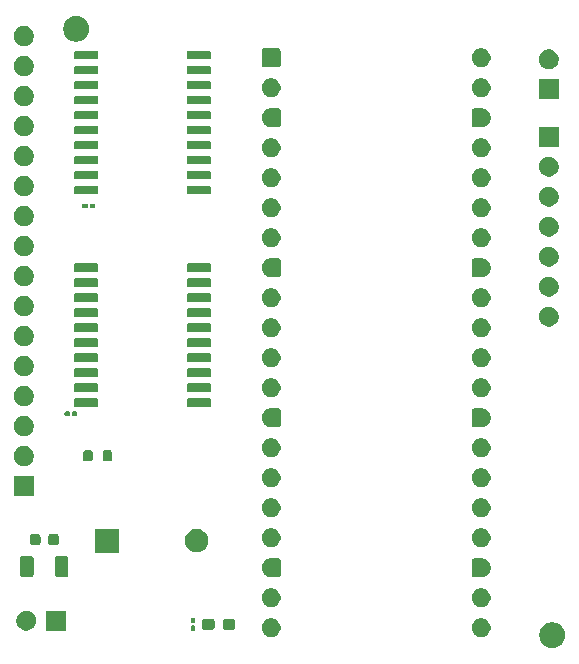
<source format=gts>
G04 #@! TF.GenerationSoftware,KiCad,Pcbnew,9.0.2*
G04 #@! TF.CreationDate,2025-07-08T19:25:08+03:00*
G04 #@! TF.ProjectId,PCB,5043422e-6b69-4636-9164-5f7063625858,rev?*
G04 #@! TF.SameCoordinates,Original*
G04 #@! TF.FileFunction,Soldermask,Top*
G04 #@! TF.FilePolarity,Negative*
%FSLAX46Y46*%
G04 Gerber Fmt 4.6, Leading zero omitted, Abs format (unit mm)*
G04 Created by KiCad (PCBNEW 9.0.2) date 2025-07-08 19:25:08*
%MOMM*%
%LPD*%
G01*
G04 APERTURE LIST*
G04 APERTURE END LIST*
G36*
X161756790Y-102430393D02*
G01*
X161920952Y-102483733D01*
X162074748Y-102562096D01*
X162214393Y-102663553D01*
X162336447Y-102785607D01*
X162437904Y-102925252D01*
X162516267Y-103079048D01*
X162569607Y-103243210D01*
X162596609Y-103413695D01*
X162596609Y-103586305D01*
X162569607Y-103756790D01*
X162516267Y-103920952D01*
X162437904Y-104074748D01*
X162336447Y-104214393D01*
X162214393Y-104336447D01*
X162074748Y-104437904D01*
X161920952Y-104516267D01*
X161756790Y-104569607D01*
X161586305Y-104596609D01*
X161413695Y-104596609D01*
X161243210Y-104569607D01*
X161079048Y-104516267D01*
X160925252Y-104437904D01*
X160785607Y-104336447D01*
X160663553Y-104214393D01*
X160562096Y-104074748D01*
X160483733Y-103920952D01*
X160430393Y-103756790D01*
X160403391Y-103586305D01*
X160403391Y-103413695D01*
X160430393Y-103243210D01*
X160483733Y-103079048D01*
X160562096Y-102925252D01*
X160663553Y-102785607D01*
X160785607Y-102663553D01*
X160925252Y-102562096D01*
X161079048Y-102483733D01*
X161243210Y-102430393D01*
X161413695Y-102403391D01*
X161586305Y-102403391D01*
X161756790Y-102430393D01*
G37*
G36*
X137932228Y-102094448D02*
G01*
X138077117Y-102154463D01*
X138207515Y-102241592D01*
X138318408Y-102352485D01*
X138405537Y-102482883D01*
X138465552Y-102627772D01*
X138496148Y-102781586D01*
X138496148Y-102938414D01*
X138465552Y-103092228D01*
X138405537Y-103237117D01*
X138318408Y-103367515D01*
X138207515Y-103478408D01*
X138077117Y-103565537D01*
X137932228Y-103625552D01*
X137778414Y-103656148D01*
X137621586Y-103656148D01*
X137467772Y-103625552D01*
X137322883Y-103565537D01*
X137192485Y-103478408D01*
X137081592Y-103367515D01*
X136994463Y-103237117D01*
X136934448Y-103092228D01*
X136903852Y-102938414D01*
X136903852Y-102781586D01*
X136934448Y-102627772D01*
X136994463Y-102482883D01*
X137081592Y-102352485D01*
X137192485Y-102241592D01*
X137322883Y-102154463D01*
X137467772Y-102094448D01*
X137621586Y-102063852D01*
X137778414Y-102063852D01*
X137932228Y-102094448D01*
G37*
G36*
X155712228Y-102094448D02*
G01*
X155857117Y-102154463D01*
X155987515Y-102241592D01*
X156098408Y-102352485D01*
X156185537Y-102482883D01*
X156245552Y-102627772D01*
X156276148Y-102781586D01*
X156276148Y-102938414D01*
X156245552Y-103092228D01*
X156185537Y-103237117D01*
X156098408Y-103367515D01*
X155987515Y-103478408D01*
X155857117Y-103565537D01*
X155712228Y-103625552D01*
X155558414Y-103656148D01*
X155401586Y-103656148D01*
X155247772Y-103625552D01*
X155102883Y-103565537D01*
X154972485Y-103478408D01*
X154861592Y-103367515D01*
X154774463Y-103237117D01*
X154714448Y-103092228D01*
X154683852Y-102938414D01*
X154683852Y-102781586D01*
X154714448Y-102627772D01*
X154774463Y-102482883D01*
X154861592Y-102352485D01*
X154972485Y-102241592D01*
X155102883Y-102154463D01*
X155247772Y-102094448D01*
X155401586Y-102063852D01*
X155558414Y-102063852D01*
X155712228Y-102094448D01*
G37*
G36*
X131228268Y-102677612D02*
G01*
X131260711Y-102699289D01*
X131282388Y-102731732D01*
X131290000Y-102770000D01*
X131290000Y-103030000D01*
X131282388Y-103068268D01*
X131260711Y-103100711D01*
X131228268Y-103122388D01*
X131190000Y-103130000D01*
X130990000Y-103130000D01*
X130951732Y-103122388D01*
X130919289Y-103100711D01*
X130897612Y-103068268D01*
X130890000Y-103030000D01*
X130890000Y-102770000D01*
X130897612Y-102731732D01*
X130919289Y-102699289D01*
X130951732Y-102677612D01*
X130990000Y-102670000D01*
X131190000Y-102670000D01*
X131228268Y-102677612D01*
G37*
G36*
X120358000Y-103108000D02*
G01*
X118658000Y-103108000D01*
X118658000Y-101408000D01*
X120358000Y-101408000D01*
X120358000Y-103108000D01*
G37*
G36*
X117214742Y-101444601D02*
G01*
X117368687Y-101508367D01*
X117507234Y-101600941D01*
X117625059Y-101718766D01*
X117717633Y-101857313D01*
X117781399Y-102011258D01*
X117813907Y-102174685D01*
X117813907Y-102341315D01*
X117781399Y-102504742D01*
X117717633Y-102658687D01*
X117625059Y-102797234D01*
X117507234Y-102915059D01*
X117368687Y-103007633D01*
X117214742Y-103071399D01*
X117051315Y-103103907D01*
X116884685Y-103103907D01*
X116721258Y-103071399D01*
X116567313Y-103007633D01*
X116428766Y-102915059D01*
X116310941Y-102797234D01*
X116218367Y-102658687D01*
X116154601Y-102504742D01*
X116122093Y-102341315D01*
X116122093Y-102174685D01*
X116154601Y-102011258D01*
X116218367Y-101857313D01*
X116310941Y-101718766D01*
X116428766Y-101600941D01*
X116567313Y-101508367D01*
X116721258Y-101444601D01*
X116884685Y-101412093D01*
X117051315Y-101412093D01*
X117214742Y-101444601D01*
G37*
G36*
X132677350Y-102105964D02*
G01*
X132724679Y-102111455D01*
X132740853Y-102118596D01*
X132763387Y-102123079D01*
X132787511Y-102139198D01*
X132806132Y-102147420D01*
X132818848Y-102160136D01*
X132840438Y-102174562D01*
X132854863Y-102196151D01*
X132867579Y-102208867D01*
X132875800Y-102227486D01*
X132891921Y-102251613D01*
X132896403Y-102274147D01*
X132903544Y-102290319D01*
X132909033Y-102337640D01*
X132910000Y-102342500D01*
X132910000Y-102817500D01*
X132909032Y-102822362D01*
X132903544Y-102869679D01*
X132896404Y-102885849D01*
X132891921Y-102908387D01*
X132875798Y-102932516D01*
X132867579Y-102951132D01*
X132854865Y-102963845D01*
X132840438Y-102985438D01*
X132818845Y-102999865D01*
X132806132Y-103012579D01*
X132787515Y-103020799D01*
X132763387Y-103036921D01*
X132740850Y-103041403D01*
X132724680Y-103048544D01*
X132677361Y-103054033D01*
X132672500Y-103055000D01*
X132097500Y-103055000D01*
X132092638Y-103054033D01*
X132045320Y-103048544D01*
X132029148Y-103041403D01*
X132006613Y-103036921D01*
X131982485Y-103020800D01*
X131963867Y-103012579D01*
X131951151Y-102999863D01*
X131929562Y-102985438D01*
X131915136Y-102963848D01*
X131902420Y-102951132D01*
X131894198Y-102932511D01*
X131878079Y-102908387D01*
X131873596Y-102885854D01*
X131866455Y-102869680D01*
X131860964Y-102822348D01*
X131860000Y-102817500D01*
X131860000Y-102342500D01*
X131860964Y-102337651D01*
X131866455Y-102290320D01*
X131873597Y-102274144D01*
X131878079Y-102251613D01*
X131894197Y-102227490D01*
X131902420Y-102208867D01*
X131915138Y-102196148D01*
X131929562Y-102174562D01*
X131951148Y-102160138D01*
X131963867Y-102147420D01*
X131982490Y-102139196D01*
X132006613Y-102123079D01*
X132029143Y-102118597D01*
X132045319Y-102111455D01*
X132092652Y-102105964D01*
X132097500Y-102105000D01*
X132672500Y-102105000D01*
X132677350Y-102105964D01*
G37*
G36*
X134427350Y-102105964D02*
G01*
X134474679Y-102111455D01*
X134490853Y-102118596D01*
X134513387Y-102123079D01*
X134537511Y-102139198D01*
X134556132Y-102147420D01*
X134568848Y-102160136D01*
X134590438Y-102174562D01*
X134604863Y-102196151D01*
X134617579Y-102208867D01*
X134625800Y-102227486D01*
X134641921Y-102251613D01*
X134646403Y-102274147D01*
X134653544Y-102290319D01*
X134659033Y-102337640D01*
X134660000Y-102342500D01*
X134660000Y-102817500D01*
X134659032Y-102822362D01*
X134653544Y-102869679D01*
X134646404Y-102885849D01*
X134641921Y-102908387D01*
X134625798Y-102932516D01*
X134617579Y-102951132D01*
X134604865Y-102963845D01*
X134590438Y-102985438D01*
X134568845Y-102999865D01*
X134556132Y-103012579D01*
X134537515Y-103020799D01*
X134513387Y-103036921D01*
X134490850Y-103041403D01*
X134474680Y-103048544D01*
X134427361Y-103054033D01*
X134422500Y-103055000D01*
X133847500Y-103055000D01*
X133842638Y-103054033D01*
X133795320Y-103048544D01*
X133779148Y-103041403D01*
X133756613Y-103036921D01*
X133732485Y-103020800D01*
X133713867Y-103012579D01*
X133701151Y-102999863D01*
X133679562Y-102985438D01*
X133665136Y-102963848D01*
X133652420Y-102951132D01*
X133644198Y-102932511D01*
X133628079Y-102908387D01*
X133623596Y-102885854D01*
X133616455Y-102869680D01*
X133610964Y-102822348D01*
X133610000Y-102817500D01*
X133610000Y-102342500D01*
X133610964Y-102337651D01*
X133616455Y-102290320D01*
X133623597Y-102274144D01*
X133628079Y-102251613D01*
X133644197Y-102227490D01*
X133652420Y-102208867D01*
X133665138Y-102196148D01*
X133679562Y-102174562D01*
X133701148Y-102160138D01*
X133713867Y-102147420D01*
X133732490Y-102139196D01*
X133756613Y-102123079D01*
X133779143Y-102118597D01*
X133795319Y-102111455D01*
X133842652Y-102105964D01*
X133847500Y-102105000D01*
X134422500Y-102105000D01*
X134427350Y-102105964D01*
G37*
G36*
X131228268Y-102037612D02*
G01*
X131260711Y-102059289D01*
X131282388Y-102091732D01*
X131290000Y-102130000D01*
X131290000Y-102390000D01*
X131282388Y-102428268D01*
X131260711Y-102460711D01*
X131228268Y-102482388D01*
X131190000Y-102490000D01*
X130990000Y-102490000D01*
X130951732Y-102482388D01*
X130919289Y-102460711D01*
X130897612Y-102428268D01*
X130890000Y-102390000D01*
X130890000Y-102130000D01*
X130897612Y-102091732D01*
X130919289Y-102059289D01*
X130951732Y-102037612D01*
X130990000Y-102030000D01*
X131190000Y-102030000D01*
X131228268Y-102037612D01*
G37*
G36*
X137932228Y-99554448D02*
G01*
X138077117Y-99614463D01*
X138207515Y-99701592D01*
X138318408Y-99812485D01*
X138405537Y-99942883D01*
X138465552Y-100087772D01*
X138496148Y-100241586D01*
X138496148Y-100398414D01*
X138465552Y-100552228D01*
X138405537Y-100697117D01*
X138318408Y-100827515D01*
X138207515Y-100938408D01*
X138077117Y-101025537D01*
X137932228Y-101085552D01*
X137778414Y-101116148D01*
X137621586Y-101116148D01*
X137467772Y-101085552D01*
X137322883Y-101025537D01*
X137192485Y-100938408D01*
X137081592Y-100827515D01*
X136994463Y-100697117D01*
X136934448Y-100552228D01*
X136903852Y-100398414D01*
X136903852Y-100241586D01*
X136934448Y-100087772D01*
X136994463Y-99942883D01*
X137081592Y-99812485D01*
X137192485Y-99701592D01*
X137322883Y-99614463D01*
X137467772Y-99554448D01*
X137621586Y-99523852D01*
X137778414Y-99523852D01*
X137932228Y-99554448D01*
G37*
G36*
X155712228Y-99554448D02*
G01*
X155857117Y-99614463D01*
X155987515Y-99701592D01*
X156098408Y-99812485D01*
X156185537Y-99942883D01*
X156245552Y-100087772D01*
X156276148Y-100241586D01*
X156276148Y-100398414D01*
X156245552Y-100552228D01*
X156185537Y-100697117D01*
X156098408Y-100827515D01*
X155987515Y-100938408D01*
X155857117Y-101025537D01*
X155712228Y-101085552D01*
X155558414Y-101116148D01*
X155401586Y-101116148D01*
X155247772Y-101085552D01*
X155102883Y-101025537D01*
X154972485Y-100938408D01*
X154861592Y-100827515D01*
X154774463Y-100697117D01*
X154714448Y-100552228D01*
X154683852Y-100398414D01*
X154683852Y-100241586D01*
X154714448Y-100087772D01*
X154774463Y-99942883D01*
X154861592Y-99812485D01*
X154972485Y-99701592D01*
X155102883Y-99614463D01*
X155247772Y-99554448D01*
X155401586Y-99523852D01*
X155558414Y-99523852D01*
X155712228Y-99554448D01*
G37*
G36*
X117341850Y-96786964D02*
G01*
X117392040Y-96792787D01*
X117409189Y-96800359D01*
X117432671Y-96805030D01*
X117457810Y-96821827D01*
X117477696Y-96830608D01*
X117491277Y-96844189D01*
X117513777Y-96859223D01*
X117528810Y-96881722D01*
X117542391Y-96895303D01*
X117551170Y-96915186D01*
X117567970Y-96940329D01*
X117572641Y-96963812D01*
X117580212Y-96980959D01*
X117586033Y-97031139D01*
X117587000Y-97036000D01*
X117587000Y-98336000D01*
X117586032Y-98340863D01*
X117580212Y-98391040D01*
X117572641Y-98408185D01*
X117567970Y-98431671D01*
X117551169Y-98456815D01*
X117542391Y-98476696D01*
X117528812Y-98490274D01*
X117513777Y-98512777D01*
X117491274Y-98527812D01*
X117477696Y-98541391D01*
X117457815Y-98550169D01*
X117432671Y-98566970D01*
X117409185Y-98571641D01*
X117392040Y-98579212D01*
X117341861Y-98585032D01*
X117337000Y-98586000D01*
X116687000Y-98586000D01*
X116682138Y-98585032D01*
X116631959Y-98579212D01*
X116614812Y-98571641D01*
X116591329Y-98566970D01*
X116566186Y-98550170D01*
X116546303Y-98541391D01*
X116532722Y-98527810D01*
X116510223Y-98512777D01*
X116495189Y-98490277D01*
X116481608Y-98476696D01*
X116472827Y-98456810D01*
X116456030Y-98431671D01*
X116451359Y-98408189D01*
X116443787Y-98391040D01*
X116437964Y-98340849D01*
X116437000Y-98336000D01*
X116437000Y-97036000D01*
X116437964Y-97031150D01*
X116443787Y-96980959D01*
X116451359Y-96963808D01*
X116456030Y-96940329D01*
X116472826Y-96915191D01*
X116481608Y-96895303D01*
X116495191Y-96881719D01*
X116510223Y-96859223D01*
X116532719Y-96844191D01*
X116546303Y-96830608D01*
X116566191Y-96821826D01*
X116591329Y-96805030D01*
X116614808Y-96800359D01*
X116631959Y-96792787D01*
X116682151Y-96786964D01*
X116687000Y-96786000D01*
X117337000Y-96786000D01*
X117341850Y-96786964D01*
G37*
G36*
X120291850Y-96786964D02*
G01*
X120342040Y-96792787D01*
X120359189Y-96800359D01*
X120382671Y-96805030D01*
X120407810Y-96821827D01*
X120427696Y-96830608D01*
X120441277Y-96844189D01*
X120463777Y-96859223D01*
X120478810Y-96881722D01*
X120492391Y-96895303D01*
X120501170Y-96915186D01*
X120517970Y-96940329D01*
X120522641Y-96963812D01*
X120530212Y-96980959D01*
X120536033Y-97031139D01*
X120537000Y-97036000D01*
X120537000Y-98336000D01*
X120536032Y-98340863D01*
X120530212Y-98391040D01*
X120522641Y-98408185D01*
X120517970Y-98431671D01*
X120501169Y-98456815D01*
X120492391Y-98476696D01*
X120478812Y-98490274D01*
X120463777Y-98512777D01*
X120441274Y-98527812D01*
X120427696Y-98541391D01*
X120407815Y-98550169D01*
X120382671Y-98566970D01*
X120359185Y-98571641D01*
X120342040Y-98579212D01*
X120291861Y-98585032D01*
X120287000Y-98586000D01*
X119637000Y-98586000D01*
X119632138Y-98585032D01*
X119581959Y-98579212D01*
X119564812Y-98571641D01*
X119541329Y-98566970D01*
X119516186Y-98550170D01*
X119496303Y-98541391D01*
X119482722Y-98527810D01*
X119460223Y-98512777D01*
X119445189Y-98490277D01*
X119431608Y-98476696D01*
X119422827Y-98456810D01*
X119406030Y-98431671D01*
X119401359Y-98408189D01*
X119393787Y-98391040D01*
X119387964Y-98340849D01*
X119387000Y-98336000D01*
X119387000Y-97036000D01*
X119387964Y-97031150D01*
X119393787Y-96980959D01*
X119401359Y-96963808D01*
X119406030Y-96940329D01*
X119422826Y-96915191D01*
X119431608Y-96895303D01*
X119445191Y-96881719D01*
X119460223Y-96859223D01*
X119482719Y-96844191D01*
X119496303Y-96830608D01*
X119516191Y-96821826D01*
X119541329Y-96805030D01*
X119564808Y-96800359D01*
X119581959Y-96792787D01*
X119632151Y-96786964D01*
X119637000Y-96786000D01*
X120287000Y-96786000D01*
X120291850Y-96786964D01*
G37*
G36*
X138303536Y-96976464D02*
G01*
X138305915Y-96978843D01*
X138333108Y-96978843D01*
X138339018Y-96978843D01*
X138340931Y-96979224D01*
X138346385Y-96981483D01*
X138346389Y-96981484D01*
X138407569Y-97006826D01*
X138413027Y-97009087D01*
X138414650Y-97010170D01*
X138469830Y-97065350D01*
X138470913Y-97066973D01*
X138500776Y-97139069D01*
X138501157Y-97140982D01*
X138501157Y-97174085D01*
X138503536Y-97176464D01*
X138505000Y-97180000D01*
X138505000Y-98380000D01*
X138503536Y-98383536D01*
X138501157Y-98385915D01*
X138501157Y-98419018D01*
X138500776Y-98420931D01*
X138470913Y-98493027D01*
X138469830Y-98494650D01*
X138414650Y-98549830D01*
X138413027Y-98550913D01*
X138340931Y-98580776D01*
X138339018Y-98581157D01*
X138305915Y-98581157D01*
X138303536Y-98583536D01*
X138300000Y-98585000D01*
X138288066Y-98585000D01*
X137711935Y-98585000D01*
X137700000Y-98585000D01*
X137696464Y-98583536D01*
X137695475Y-98581148D01*
X137624533Y-98581148D01*
X137621586Y-98581148D01*
X137620611Y-98581052D01*
X137466797Y-98550456D01*
X137465859Y-98550171D01*
X137320970Y-98490156D01*
X137320105Y-98489694D01*
X137225362Y-98426389D01*
X137192159Y-98404204D01*
X137192154Y-98404200D01*
X137189707Y-98402565D01*
X137188949Y-98401944D01*
X137078056Y-98291051D01*
X137077435Y-98290293D01*
X137075800Y-98287846D01*
X137075795Y-98287840D01*
X136991943Y-98162345D01*
X136991942Y-98162344D01*
X136990306Y-98159895D01*
X136989844Y-98159030D01*
X136988720Y-98156317D01*
X136988717Y-98156311D01*
X136930955Y-98016860D01*
X136930954Y-98016857D01*
X136929829Y-98014141D01*
X136929544Y-98013203D01*
X136928970Y-98010318D01*
X136928968Y-98010311D01*
X136899523Y-97862281D01*
X136899522Y-97862278D01*
X136898948Y-97859389D01*
X136898852Y-97858414D01*
X136898852Y-97701586D01*
X136898948Y-97700611D01*
X136899523Y-97697718D01*
X136928968Y-97549688D01*
X136928970Y-97549679D01*
X136929544Y-97546797D01*
X136929829Y-97545859D01*
X136930953Y-97543144D01*
X136930955Y-97543139D01*
X136988717Y-97403688D01*
X136988722Y-97403678D01*
X136989844Y-97400970D01*
X136990306Y-97400105D01*
X136991940Y-97397659D01*
X136991943Y-97397654D01*
X137075795Y-97272159D01*
X137075803Y-97272148D01*
X137077435Y-97269707D01*
X137078056Y-97268949D01*
X137188949Y-97158056D01*
X137189707Y-97157435D01*
X137192148Y-97155803D01*
X137192159Y-97155795D01*
X137317654Y-97071943D01*
X137317659Y-97071940D01*
X137320105Y-97070306D01*
X137320970Y-97069844D01*
X137323678Y-97068722D01*
X137323688Y-97068717D01*
X137463139Y-97010955D01*
X137463144Y-97010953D01*
X137465859Y-97009829D01*
X137466797Y-97009544D01*
X137469679Y-97008970D01*
X137469688Y-97008968D01*
X137617718Y-96979523D01*
X137617722Y-96979522D01*
X137620611Y-96978948D01*
X137621586Y-96978852D01*
X137695475Y-96978852D01*
X137696464Y-96976464D01*
X137700000Y-96975000D01*
X138300000Y-96975000D01*
X138303536Y-96976464D01*
G37*
G36*
X155483536Y-96976464D02*
G01*
X155484525Y-96978852D01*
X155555467Y-96978852D01*
X155558414Y-96978852D01*
X155559389Y-96978948D01*
X155562278Y-96979522D01*
X155562281Y-96979523D01*
X155710311Y-97008968D01*
X155710318Y-97008970D01*
X155713203Y-97009544D01*
X155714141Y-97009829D01*
X155716857Y-97010954D01*
X155716860Y-97010955D01*
X155856311Y-97068717D01*
X155856317Y-97068720D01*
X155859030Y-97069844D01*
X155859895Y-97070306D01*
X155862344Y-97071942D01*
X155862345Y-97071943D01*
X155987840Y-97155795D01*
X155987846Y-97155800D01*
X155990293Y-97157435D01*
X155991051Y-97158056D01*
X156101944Y-97268949D01*
X156102565Y-97269707D01*
X156104200Y-97272154D01*
X156104204Y-97272159D01*
X156161152Y-97357389D01*
X156189694Y-97400105D01*
X156190156Y-97400970D01*
X156250171Y-97545859D01*
X156250456Y-97546797D01*
X156281052Y-97700611D01*
X156281148Y-97701586D01*
X156281148Y-97858414D01*
X156281052Y-97859389D01*
X156250456Y-98013203D01*
X156250171Y-98014141D01*
X156190156Y-98159030D01*
X156189694Y-98159895D01*
X156102565Y-98290293D01*
X156101944Y-98291051D01*
X155991051Y-98401944D01*
X155990293Y-98402565D01*
X155859895Y-98489694D01*
X155859030Y-98490156D01*
X155714141Y-98550171D01*
X155713203Y-98550456D01*
X155559389Y-98581052D01*
X155558414Y-98581148D01*
X155484525Y-98581148D01*
X155483536Y-98583536D01*
X155480000Y-98585000D01*
X155468065Y-98585000D01*
X154891934Y-98585000D01*
X154880000Y-98585000D01*
X154876464Y-98583536D01*
X154874085Y-98581157D01*
X154846892Y-98581157D01*
X154840982Y-98581157D01*
X154839069Y-98580776D01*
X154766973Y-98550913D01*
X154765350Y-98549830D01*
X154710170Y-98494650D01*
X154709087Y-98493027D01*
X154706826Y-98487569D01*
X154681484Y-98426389D01*
X154681483Y-98426385D01*
X154679224Y-98420931D01*
X154678843Y-98419018D01*
X154678843Y-98385915D01*
X154676464Y-98383536D01*
X154675000Y-98380000D01*
X154675000Y-97180000D01*
X154676464Y-97176464D01*
X154678843Y-97174085D01*
X154678843Y-97140982D01*
X154679224Y-97139069D01*
X154681482Y-97133615D01*
X154681484Y-97133610D01*
X154706826Y-97072430D01*
X154706827Y-97072427D01*
X154709087Y-97066973D01*
X154710170Y-97065350D01*
X154765350Y-97010170D01*
X154766973Y-97009087D01*
X154772427Y-97006827D01*
X154772430Y-97006826D01*
X154833610Y-96981484D01*
X154833615Y-96981482D01*
X154839069Y-96979224D01*
X154840982Y-96978843D01*
X154874085Y-96978843D01*
X154876464Y-96976464D01*
X154880000Y-96975000D01*
X155480000Y-96975000D01*
X155483536Y-96976464D01*
G37*
G36*
X124800000Y-96500000D02*
G01*
X122800000Y-96500000D01*
X122800000Y-94500000D01*
X124800000Y-94500000D01*
X124800000Y-96500000D01*
G37*
G36*
X131690285Y-94543060D02*
G01*
X131871397Y-94618079D01*
X132034393Y-94726990D01*
X132173010Y-94865607D01*
X132281921Y-95028603D01*
X132356940Y-95209715D01*
X132395185Y-95401983D01*
X132395185Y-95598017D01*
X132356940Y-95790285D01*
X132281921Y-95971397D01*
X132173010Y-96134393D01*
X132034393Y-96273010D01*
X131871397Y-96381921D01*
X131690285Y-96456940D01*
X131498017Y-96495185D01*
X131301983Y-96495185D01*
X131109715Y-96456940D01*
X130928603Y-96381921D01*
X130765607Y-96273010D01*
X130626990Y-96134393D01*
X130518079Y-95971397D01*
X130443060Y-95790285D01*
X130404815Y-95598017D01*
X130404815Y-95401983D01*
X130443060Y-95209715D01*
X130518079Y-95028603D01*
X130626990Y-94865607D01*
X130765607Y-94726990D01*
X130928603Y-94618079D01*
X131109715Y-94543060D01*
X131301983Y-94504815D01*
X131498017Y-94504815D01*
X131690285Y-94543060D01*
G37*
G36*
X137932228Y-94474448D02*
G01*
X138077117Y-94534463D01*
X138207515Y-94621592D01*
X138318408Y-94732485D01*
X138405537Y-94862883D01*
X138465552Y-95007772D01*
X138496148Y-95161586D01*
X138496148Y-95318414D01*
X138465552Y-95472228D01*
X138405537Y-95617117D01*
X138318408Y-95747515D01*
X138207515Y-95858408D01*
X138077117Y-95945537D01*
X137932228Y-96005552D01*
X137778414Y-96036148D01*
X137621586Y-96036148D01*
X137467772Y-96005552D01*
X137322883Y-95945537D01*
X137192485Y-95858408D01*
X137081592Y-95747515D01*
X136994463Y-95617117D01*
X136934448Y-95472228D01*
X136903852Y-95318414D01*
X136903852Y-95161586D01*
X136934448Y-95007772D01*
X136994463Y-94862883D01*
X137081592Y-94732485D01*
X137192485Y-94621592D01*
X137322883Y-94534463D01*
X137467772Y-94474448D01*
X137621586Y-94443852D01*
X137778414Y-94443852D01*
X137932228Y-94474448D01*
G37*
G36*
X155712228Y-94474448D02*
G01*
X155857117Y-94534463D01*
X155987515Y-94621592D01*
X156098408Y-94732485D01*
X156185537Y-94862883D01*
X156245552Y-95007772D01*
X156276148Y-95161586D01*
X156276148Y-95318414D01*
X156245552Y-95472228D01*
X156185537Y-95617117D01*
X156098408Y-95747515D01*
X155987515Y-95858408D01*
X155857117Y-95945537D01*
X155712228Y-96005552D01*
X155558414Y-96036148D01*
X155401586Y-96036148D01*
X155247772Y-96005552D01*
X155102883Y-95945537D01*
X154972485Y-95858408D01*
X154861592Y-95747515D01*
X154774463Y-95617117D01*
X154714448Y-95472228D01*
X154683852Y-95318414D01*
X154683852Y-95161586D01*
X154714448Y-95007772D01*
X154774463Y-94862883D01*
X154861592Y-94732485D01*
X154972485Y-94621592D01*
X155102883Y-94534463D01*
X155247772Y-94474448D01*
X155401586Y-94443852D01*
X155558414Y-94443852D01*
X155712228Y-94474448D01*
G37*
G36*
X117954850Y-94925964D02*
G01*
X117999317Y-94931123D01*
X118014510Y-94937831D01*
X118036104Y-94942127D01*
X118059222Y-94957574D01*
X118076567Y-94965233D01*
X118088412Y-94977078D01*
X118109099Y-94990901D01*
X118122921Y-95011587D01*
X118134766Y-95023432D01*
X118142423Y-95040774D01*
X118157873Y-95063896D01*
X118162168Y-95085491D01*
X118168876Y-95100682D01*
X118174033Y-95145139D01*
X118175000Y-95150000D01*
X118175000Y-95650000D01*
X118174032Y-95654862D01*
X118168876Y-95699317D01*
X118162168Y-95714506D01*
X118157873Y-95736104D01*
X118142422Y-95759227D01*
X118134766Y-95776567D01*
X118122923Y-95788409D01*
X118109099Y-95809099D01*
X118088409Y-95822923D01*
X118076567Y-95834766D01*
X118059227Y-95842422D01*
X118036104Y-95857873D01*
X118014506Y-95862168D01*
X117999317Y-95868876D01*
X117954861Y-95874032D01*
X117950000Y-95875000D01*
X117500000Y-95875000D01*
X117495138Y-95874033D01*
X117450682Y-95868876D01*
X117435491Y-95862168D01*
X117413896Y-95857873D01*
X117390774Y-95842423D01*
X117373432Y-95834766D01*
X117361587Y-95822921D01*
X117340901Y-95809099D01*
X117327078Y-95788412D01*
X117315233Y-95776567D01*
X117307574Y-95759222D01*
X117292127Y-95736104D01*
X117287831Y-95714510D01*
X117281123Y-95699317D01*
X117275964Y-95654849D01*
X117275000Y-95650000D01*
X117275000Y-95150000D01*
X117275964Y-95145150D01*
X117281123Y-95100682D01*
X117287832Y-95085487D01*
X117292127Y-95063896D01*
X117307573Y-95040779D01*
X117315233Y-95023432D01*
X117327080Y-95011584D01*
X117340901Y-94990901D01*
X117361584Y-94977080D01*
X117373432Y-94965233D01*
X117390779Y-94957573D01*
X117413896Y-94942127D01*
X117435487Y-94937832D01*
X117450682Y-94931123D01*
X117495151Y-94925964D01*
X117500000Y-94925000D01*
X117950000Y-94925000D01*
X117954850Y-94925964D01*
G37*
G36*
X119504850Y-94925964D02*
G01*
X119549317Y-94931123D01*
X119564510Y-94937831D01*
X119586104Y-94942127D01*
X119609222Y-94957574D01*
X119626567Y-94965233D01*
X119638412Y-94977078D01*
X119659099Y-94990901D01*
X119672921Y-95011587D01*
X119684766Y-95023432D01*
X119692423Y-95040774D01*
X119707873Y-95063896D01*
X119712168Y-95085491D01*
X119718876Y-95100682D01*
X119724033Y-95145139D01*
X119725000Y-95150000D01*
X119725000Y-95650000D01*
X119724032Y-95654862D01*
X119718876Y-95699317D01*
X119712168Y-95714506D01*
X119707873Y-95736104D01*
X119692422Y-95759227D01*
X119684766Y-95776567D01*
X119672923Y-95788409D01*
X119659099Y-95809099D01*
X119638409Y-95822923D01*
X119626567Y-95834766D01*
X119609227Y-95842422D01*
X119586104Y-95857873D01*
X119564506Y-95862168D01*
X119549317Y-95868876D01*
X119504861Y-95874032D01*
X119500000Y-95875000D01*
X119050000Y-95875000D01*
X119045138Y-95874033D01*
X119000682Y-95868876D01*
X118985491Y-95862168D01*
X118963896Y-95857873D01*
X118940774Y-95842423D01*
X118923432Y-95834766D01*
X118911587Y-95822921D01*
X118890901Y-95809099D01*
X118877078Y-95788412D01*
X118865233Y-95776567D01*
X118857574Y-95759222D01*
X118842127Y-95736104D01*
X118837831Y-95714510D01*
X118831123Y-95699317D01*
X118825964Y-95654849D01*
X118825000Y-95650000D01*
X118825000Y-95150000D01*
X118825964Y-95145150D01*
X118831123Y-95100682D01*
X118837832Y-95085487D01*
X118842127Y-95063896D01*
X118857573Y-95040779D01*
X118865233Y-95023432D01*
X118877080Y-95011584D01*
X118890901Y-94990901D01*
X118911584Y-94977080D01*
X118923432Y-94965233D01*
X118940779Y-94957573D01*
X118963896Y-94942127D01*
X118985487Y-94937832D01*
X119000682Y-94931123D01*
X119045151Y-94925964D01*
X119050000Y-94925000D01*
X119500000Y-94925000D01*
X119504850Y-94925964D01*
G37*
G36*
X137932228Y-91934448D02*
G01*
X138077117Y-91994463D01*
X138207515Y-92081592D01*
X138318408Y-92192485D01*
X138405537Y-92322883D01*
X138465552Y-92467772D01*
X138496148Y-92621586D01*
X138496148Y-92778414D01*
X138465552Y-92932228D01*
X138405537Y-93077117D01*
X138318408Y-93207515D01*
X138207515Y-93318408D01*
X138077117Y-93405537D01*
X137932228Y-93465552D01*
X137778414Y-93496148D01*
X137621586Y-93496148D01*
X137467772Y-93465552D01*
X137322883Y-93405537D01*
X137192485Y-93318408D01*
X137081592Y-93207515D01*
X136994463Y-93077117D01*
X136934448Y-92932228D01*
X136903852Y-92778414D01*
X136903852Y-92621586D01*
X136934448Y-92467772D01*
X136994463Y-92322883D01*
X137081592Y-92192485D01*
X137192485Y-92081592D01*
X137322883Y-91994463D01*
X137467772Y-91934448D01*
X137621586Y-91903852D01*
X137778414Y-91903852D01*
X137932228Y-91934448D01*
G37*
G36*
X155712228Y-91934448D02*
G01*
X155857117Y-91994463D01*
X155987515Y-92081592D01*
X156098408Y-92192485D01*
X156185537Y-92322883D01*
X156245552Y-92467772D01*
X156276148Y-92621586D01*
X156276148Y-92778414D01*
X156245552Y-92932228D01*
X156185537Y-93077117D01*
X156098408Y-93207515D01*
X155987515Y-93318408D01*
X155857117Y-93405537D01*
X155712228Y-93465552D01*
X155558414Y-93496148D01*
X155401586Y-93496148D01*
X155247772Y-93465552D01*
X155102883Y-93405537D01*
X154972485Y-93318408D01*
X154861592Y-93207515D01*
X154774463Y-93077117D01*
X154714448Y-92932228D01*
X154683852Y-92778414D01*
X154683852Y-92621586D01*
X154714448Y-92467772D01*
X154774463Y-92322883D01*
X154861592Y-92192485D01*
X154972485Y-92081592D01*
X155102883Y-91994463D01*
X155247772Y-91934448D01*
X155401586Y-91903852D01*
X155558414Y-91903852D01*
X155712228Y-91934448D01*
G37*
G36*
X117610000Y-91720000D02*
G01*
X115910000Y-91720000D01*
X115910000Y-90020000D01*
X117610000Y-90020000D01*
X117610000Y-91720000D01*
G37*
G36*
X137932228Y-89394448D02*
G01*
X138077117Y-89454463D01*
X138207515Y-89541592D01*
X138318408Y-89652485D01*
X138405537Y-89782883D01*
X138465552Y-89927772D01*
X138496148Y-90081586D01*
X138496148Y-90238414D01*
X138465552Y-90392228D01*
X138405537Y-90537117D01*
X138318408Y-90667515D01*
X138207515Y-90778408D01*
X138077117Y-90865537D01*
X137932228Y-90925552D01*
X137778414Y-90956148D01*
X137621586Y-90956148D01*
X137467772Y-90925552D01*
X137322883Y-90865537D01*
X137192485Y-90778408D01*
X137081592Y-90667515D01*
X136994463Y-90537117D01*
X136934448Y-90392228D01*
X136903852Y-90238414D01*
X136903852Y-90081586D01*
X136934448Y-89927772D01*
X136994463Y-89782883D01*
X137081592Y-89652485D01*
X137192485Y-89541592D01*
X137322883Y-89454463D01*
X137467772Y-89394448D01*
X137621586Y-89363852D01*
X137778414Y-89363852D01*
X137932228Y-89394448D01*
G37*
G36*
X155712228Y-89394448D02*
G01*
X155857117Y-89454463D01*
X155987515Y-89541592D01*
X156098408Y-89652485D01*
X156185537Y-89782883D01*
X156245552Y-89927772D01*
X156276148Y-90081586D01*
X156276148Y-90238414D01*
X156245552Y-90392228D01*
X156185537Y-90537117D01*
X156098408Y-90667515D01*
X155987515Y-90778408D01*
X155857117Y-90865537D01*
X155712228Y-90925552D01*
X155558414Y-90956148D01*
X155401586Y-90956148D01*
X155247772Y-90925552D01*
X155102883Y-90865537D01*
X154972485Y-90778408D01*
X154861592Y-90667515D01*
X154774463Y-90537117D01*
X154714448Y-90392228D01*
X154683852Y-90238414D01*
X154683852Y-90081586D01*
X154714448Y-89927772D01*
X154774463Y-89782883D01*
X154861592Y-89652485D01*
X154972485Y-89541592D01*
X155102883Y-89454463D01*
X155247772Y-89394448D01*
X155401586Y-89363852D01*
X155558414Y-89363852D01*
X155712228Y-89394448D01*
G37*
G36*
X117006742Y-87516601D02*
G01*
X117160687Y-87580367D01*
X117299234Y-87672941D01*
X117417059Y-87790766D01*
X117509633Y-87929313D01*
X117573399Y-88083258D01*
X117605907Y-88246685D01*
X117605907Y-88413315D01*
X117573399Y-88576742D01*
X117509633Y-88730687D01*
X117417059Y-88869234D01*
X117299234Y-88987059D01*
X117160687Y-89079633D01*
X117006742Y-89143399D01*
X116843315Y-89175907D01*
X116676685Y-89175907D01*
X116513258Y-89143399D01*
X116359313Y-89079633D01*
X116220766Y-88987059D01*
X116102941Y-88869234D01*
X116010367Y-88730687D01*
X115946601Y-88576742D01*
X115914093Y-88413315D01*
X115914093Y-88246685D01*
X115946601Y-88083258D01*
X116010367Y-87929313D01*
X116102941Y-87790766D01*
X116220766Y-87672941D01*
X116359313Y-87580367D01*
X116513258Y-87516601D01*
X116676685Y-87484093D01*
X116843315Y-87484093D01*
X117006742Y-87516601D01*
G37*
G36*
X122451537Y-87840224D02*
G01*
X122516421Y-87883579D01*
X122559776Y-87948463D01*
X122575000Y-88025000D01*
X122575000Y-88575000D01*
X122559776Y-88651537D01*
X122516421Y-88716421D01*
X122451537Y-88759776D01*
X122375000Y-88775000D01*
X121975000Y-88775000D01*
X121898463Y-88759776D01*
X121833579Y-88716421D01*
X121790224Y-88651537D01*
X121775000Y-88575000D01*
X121775000Y-88025000D01*
X121790224Y-87948463D01*
X121833579Y-87883579D01*
X121898463Y-87840224D01*
X121975000Y-87825000D01*
X122375000Y-87825000D01*
X122451537Y-87840224D01*
G37*
G36*
X124101537Y-87840224D02*
G01*
X124166421Y-87883579D01*
X124209776Y-87948463D01*
X124225000Y-88025000D01*
X124225000Y-88575000D01*
X124209776Y-88651537D01*
X124166421Y-88716421D01*
X124101537Y-88759776D01*
X124025000Y-88775000D01*
X123625000Y-88775000D01*
X123548463Y-88759776D01*
X123483579Y-88716421D01*
X123440224Y-88651537D01*
X123425000Y-88575000D01*
X123425000Y-88025000D01*
X123440224Y-87948463D01*
X123483579Y-87883579D01*
X123548463Y-87840224D01*
X123625000Y-87825000D01*
X124025000Y-87825000D01*
X124101537Y-87840224D01*
G37*
G36*
X137932228Y-86854448D02*
G01*
X138077117Y-86914463D01*
X138207515Y-87001592D01*
X138318408Y-87112485D01*
X138405537Y-87242883D01*
X138465552Y-87387772D01*
X138496148Y-87541586D01*
X138496148Y-87698414D01*
X138465552Y-87852228D01*
X138405537Y-87997117D01*
X138318408Y-88127515D01*
X138207515Y-88238408D01*
X138077117Y-88325537D01*
X137932228Y-88385552D01*
X137778414Y-88416148D01*
X137621586Y-88416148D01*
X137467772Y-88385552D01*
X137322883Y-88325537D01*
X137192485Y-88238408D01*
X137081592Y-88127515D01*
X136994463Y-87997117D01*
X136934448Y-87852228D01*
X136903852Y-87698414D01*
X136903852Y-87541586D01*
X136934448Y-87387772D01*
X136994463Y-87242883D01*
X137081592Y-87112485D01*
X137192485Y-87001592D01*
X137322883Y-86914463D01*
X137467772Y-86854448D01*
X137621586Y-86823852D01*
X137778414Y-86823852D01*
X137932228Y-86854448D01*
G37*
G36*
X155712228Y-86854448D02*
G01*
X155857117Y-86914463D01*
X155987515Y-87001592D01*
X156098408Y-87112485D01*
X156185537Y-87242883D01*
X156245552Y-87387772D01*
X156276148Y-87541586D01*
X156276148Y-87698414D01*
X156245552Y-87852228D01*
X156185537Y-87997117D01*
X156098408Y-88127515D01*
X155987515Y-88238408D01*
X155857117Y-88325537D01*
X155712228Y-88385552D01*
X155558414Y-88416148D01*
X155401586Y-88416148D01*
X155247772Y-88385552D01*
X155102883Y-88325537D01*
X154972485Y-88238408D01*
X154861592Y-88127515D01*
X154774463Y-87997117D01*
X154714448Y-87852228D01*
X154683852Y-87698414D01*
X154683852Y-87541586D01*
X154714448Y-87387772D01*
X154774463Y-87242883D01*
X154861592Y-87112485D01*
X154972485Y-87001592D01*
X155102883Y-86914463D01*
X155247772Y-86854448D01*
X155401586Y-86823852D01*
X155558414Y-86823852D01*
X155712228Y-86854448D01*
G37*
G36*
X117006742Y-84976601D02*
G01*
X117160687Y-85040367D01*
X117299234Y-85132941D01*
X117417059Y-85250766D01*
X117509633Y-85389313D01*
X117573399Y-85543258D01*
X117605907Y-85706685D01*
X117605907Y-85873315D01*
X117573399Y-86036742D01*
X117509633Y-86190687D01*
X117417059Y-86329234D01*
X117299234Y-86447059D01*
X117160687Y-86539633D01*
X117006742Y-86603399D01*
X116843315Y-86635907D01*
X116676685Y-86635907D01*
X116513258Y-86603399D01*
X116359313Y-86539633D01*
X116220766Y-86447059D01*
X116102941Y-86329234D01*
X116010367Y-86190687D01*
X115946601Y-86036742D01*
X115914093Y-85873315D01*
X115914093Y-85706685D01*
X115946601Y-85543258D01*
X116010367Y-85389313D01*
X116102941Y-85250766D01*
X116220766Y-85132941D01*
X116359313Y-85040367D01*
X116513258Y-84976601D01*
X116676685Y-84944093D01*
X116843315Y-84944093D01*
X117006742Y-84976601D01*
G37*
G36*
X138303536Y-84276464D02*
G01*
X138305915Y-84278843D01*
X138333108Y-84278843D01*
X138339018Y-84278843D01*
X138340931Y-84279224D01*
X138346385Y-84281483D01*
X138346389Y-84281484D01*
X138407569Y-84306826D01*
X138413027Y-84309087D01*
X138414650Y-84310170D01*
X138469830Y-84365350D01*
X138470913Y-84366973D01*
X138500776Y-84439069D01*
X138501157Y-84440982D01*
X138501157Y-84474085D01*
X138503536Y-84476464D01*
X138505000Y-84480000D01*
X138505000Y-85680000D01*
X138503536Y-85683536D01*
X138501157Y-85685915D01*
X138501157Y-85719018D01*
X138500776Y-85720931D01*
X138470913Y-85793027D01*
X138469830Y-85794650D01*
X138414650Y-85849830D01*
X138413027Y-85850913D01*
X138340931Y-85880776D01*
X138339018Y-85881157D01*
X138305915Y-85881157D01*
X138303536Y-85883536D01*
X138300000Y-85885000D01*
X138288066Y-85885000D01*
X137711935Y-85885000D01*
X137700000Y-85885000D01*
X137696464Y-85883536D01*
X137695475Y-85881148D01*
X137624533Y-85881148D01*
X137621586Y-85881148D01*
X137620611Y-85881052D01*
X137466797Y-85850456D01*
X137465859Y-85850171D01*
X137320970Y-85790156D01*
X137320105Y-85789694D01*
X137225362Y-85726389D01*
X137192159Y-85704204D01*
X137192154Y-85704200D01*
X137189707Y-85702565D01*
X137188949Y-85701944D01*
X137078056Y-85591051D01*
X137077435Y-85590293D01*
X137075800Y-85587846D01*
X137075795Y-85587840D01*
X136991943Y-85462345D01*
X136991942Y-85462344D01*
X136990306Y-85459895D01*
X136989844Y-85459030D01*
X136988720Y-85456317D01*
X136988717Y-85456311D01*
X136930955Y-85316860D01*
X136930954Y-85316857D01*
X136929829Y-85314141D01*
X136929544Y-85313203D01*
X136928970Y-85310318D01*
X136928968Y-85310311D01*
X136899523Y-85162281D01*
X136899522Y-85162278D01*
X136898948Y-85159389D01*
X136898852Y-85158414D01*
X136898852Y-85001586D01*
X136898948Y-85000611D01*
X136903669Y-84976877D01*
X136928968Y-84849688D01*
X136928970Y-84849679D01*
X136929544Y-84846797D01*
X136929829Y-84845859D01*
X136930953Y-84843144D01*
X136930955Y-84843139D01*
X136988717Y-84703688D01*
X136988722Y-84703678D01*
X136989844Y-84700970D01*
X136990306Y-84700105D01*
X136991940Y-84697659D01*
X136991943Y-84697654D01*
X137075795Y-84572159D01*
X137075803Y-84572148D01*
X137077435Y-84569707D01*
X137078056Y-84568949D01*
X137188949Y-84458056D01*
X137189707Y-84457435D01*
X137192148Y-84455803D01*
X137192159Y-84455795D01*
X137317654Y-84371943D01*
X137317659Y-84371940D01*
X137320105Y-84370306D01*
X137320970Y-84369844D01*
X137323678Y-84368722D01*
X137323688Y-84368717D01*
X137463139Y-84310955D01*
X137463144Y-84310953D01*
X137465859Y-84309829D01*
X137466797Y-84309544D01*
X137469679Y-84308970D01*
X137469688Y-84308968D01*
X137617718Y-84279523D01*
X137617722Y-84279522D01*
X137620611Y-84278948D01*
X137621586Y-84278852D01*
X137695475Y-84278852D01*
X137696464Y-84276464D01*
X137700000Y-84275000D01*
X138300000Y-84275000D01*
X138303536Y-84276464D01*
G37*
G36*
X155483536Y-84276464D02*
G01*
X155484525Y-84278852D01*
X155555467Y-84278852D01*
X155558414Y-84278852D01*
X155559389Y-84278948D01*
X155562278Y-84279522D01*
X155562281Y-84279523D01*
X155710311Y-84308968D01*
X155710318Y-84308970D01*
X155713203Y-84309544D01*
X155714141Y-84309829D01*
X155716857Y-84310954D01*
X155716860Y-84310955D01*
X155856311Y-84368717D01*
X155856317Y-84368720D01*
X155859030Y-84369844D01*
X155859895Y-84370306D01*
X155862344Y-84371942D01*
X155862345Y-84371943D01*
X155987840Y-84455795D01*
X155987846Y-84455800D01*
X155990293Y-84457435D01*
X155991051Y-84458056D01*
X156101944Y-84568949D01*
X156102565Y-84569707D01*
X156104200Y-84572154D01*
X156104204Y-84572159D01*
X156156215Y-84650000D01*
X156189694Y-84700105D01*
X156190156Y-84700970D01*
X156250171Y-84845859D01*
X156250456Y-84846797D01*
X156281052Y-85000611D01*
X156281148Y-85001586D01*
X156281148Y-85158414D01*
X156281052Y-85159389D01*
X156250456Y-85313203D01*
X156250171Y-85314141D01*
X156190156Y-85459030D01*
X156189694Y-85459895D01*
X156102565Y-85590293D01*
X156101944Y-85591051D01*
X155991051Y-85701944D01*
X155990293Y-85702565D01*
X155859895Y-85789694D01*
X155859030Y-85790156D01*
X155714141Y-85850171D01*
X155713203Y-85850456D01*
X155559389Y-85881052D01*
X155558414Y-85881148D01*
X155484525Y-85881148D01*
X155483536Y-85883536D01*
X155480000Y-85885000D01*
X155468065Y-85885000D01*
X154891934Y-85885000D01*
X154880000Y-85885000D01*
X154876464Y-85883536D01*
X154874085Y-85881157D01*
X154846892Y-85881157D01*
X154840982Y-85881157D01*
X154839069Y-85880776D01*
X154766973Y-85850913D01*
X154765350Y-85849830D01*
X154710170Y-85794650D01*
X154709087Y-85793027D01*
X154706826Y-85787569D01*
X154681484Y-85726389D01*
X154681483Y-85726385D01*
X154679224Y-85720931D01*
X154678843Y-85719018D01*
X154678843Y-85685915D01*
X154676464Y-85683536D01*
X154675000Y-85680000D01*
X154675000Y-84480000D01*
X154676464Y-84476464D01*
X154678843Y-84474085D01*
X154678843Y-84440982D01*
X154679224Y-84439069D01*
X154681482Y-84433615D01*
X154681484Y-84433610D01*
X154706826Y-84372430D01*
X154706827Y-84372427D01*
X154709087Y-84366973D01*
X154710170Y-84365350D01*
X154765350Y-84310170D01*
X154766973Y-84309087D01*
X154772427Y-84306827D01*
X154772430Y-84306826D01*
X154833610Y-84281484D01*
X154833615Y-84281482D01*
X154839069Y-84279224D01*
X154840982Y-84278843D01*
X154874085Y-84278843D01*
X154876464Y-84276464D01*
X154880000Y-84275000D01*
X155480000Y-84275000D01*
X155483536Y-84276464D01*
G37*
G36*
X120598268Y-84557612D02*
G01*
X120630711Y-84579289D01*
X120652388Y-84611732D01*
X120660000Y-84650000D01*
X120660000Y-84850000D01*
X120652388Y-84888268D01*
X120630711Y-84920711D01*
X120598268Y-84942388D01*
X120560000Y-84950000D01*
X120300000Y-84950000D01*
X120261732Y-84942388D01*
X120229289Y-84920711D01*
X120207612Y-84888268D01*
X120200000Y-84850000D01*
X120200000Y-84650000D01*
X120207612Y-84611732D01*
X120229289Y-84579289D01*
X120261732Y-84557612D01*
X120300000Y-84550000D01*
X120560000Y-84550000D01*
X120598268Y-84557612D01*
G37*
G36*
X121238268Y-84557612D02*
G01*
X121270711Y-84579289D01*
X121292388Y-84611732D01*
X121300000Y-84650000D01*
X121300000Y-84850000D01*
X121292388Y-84888268D01*
X121270711Y-84920711D01*
X121238268Y-84942388D01*
X121200000Y-84950000D01*
X120940000Y-84950000D01*
X120901732Y-84942388D01*
X120869289Y-84920711D01*
X120847612Y-84888268D01*
X120840000Y-84850000D01*
X120840000Y-84650000D01*
X120847612Y-84611732D01*
X120869289Y-84579289D01*
X120901732Y-84557612D01*
X120940000Y-84550000D01*
X121200000Y-84550000D01*
X121238268Y-84557612D01*
G37*
G36*
X122965534Y-83454064D02*
G01*
X122998625Y-83476175D01*
X123020736Y-83509266D01*
X123028500Y-83548300D01*
X123028500Y-84081700D01*
X123020736Y-84120734D01*
X122998625Y-84153825D01*
X122965534Y-84175936D01*
X122926500Y-84183700D01*
X121123100Y-84183700D01*
X121084066Y-84175936D01*
X121050975Y-84153825D01*
X121028864Y-84120734D01*
X121021100Y-84081700D01*
X121021100Y-83548300D01*
X121028864Y-83509266D01*
X121050975Y-83476175D01*
X121084066Y-83454064D01*
X121123100Y-83446300D01*
X122926500Y-83446300D01*
X122965534Y-83454064D01*
G37*
G36*
X132515934Y-83454064D02*
G01*
X132549025Y-83476175D01*
X132571136Y-83509266D01*
X132578900Y-83548300D01*
X132578900Y-84081700D01*
X132571136Y-84120734D01*
X132549025Y-84153825D01*
X132515934Y-84175936D01*
X132476900Y-84183700D01*
X130673500Y-84183700D01*
X130634466Y-84175936D01*
X130601375Y-84153825D01*
X130579264Y-84120734D01*
X130571500Y-84081700D01*
X130571500Y-83548300D01*
X130579264Y-83509266D01*
X130601375Y-83476175D01*
X130634466Y-83454064D01*
X130673500Y-83446300D01*
X132476900Y-83446300D01*
X132515934Y-83454064D01*
G37*
G36*
X117006742Y-82436601D02*
G01*
X117160687Y-82500367D01*
X117299234Y-82592941D01*
X117417059Y-82710766D01*
X117509633Y-82849313D01*
X117573399Y-83003258D01*
X117605907Y-83166685D01*
X117605907Y-83333315D01*
X117573399Y-83496742D01*
X117509633Y-83650687D01*
X117417059Y-83789234D01*
X117299234Y-83907059D01*
X117160687Y-83999633D01*
X117006742Y-84063399D01*
X116843315Y-84095907D01*
X116676685Y-84095907D01*
X116513258Y-84063399D01*
X116359313Y-83999633D01*
X116220766Y-83907059D01*
X116102941Y-83789234D01*
X116010367Y-83650687D01*
X115946601Y-83496742D01*
X115914093Y-83333315D01*
X115914093Y-83166685D01*
X115946601Y-83003258D01*
X116010367Y-82849313D01*
X116102941Y-82710766D01*
X116220766Y-82592941D01*
X116359313Y-82500367D01*
X116513258Y-82436601D01*
X116676685Y-82404093D01*
X116843315Y-82404093D01*
X117006742Y-82436601D01*
G37*
G36*
X137932228Y-81774448D02*
G01*
X138077117Y-81834463D01*
X138207515Y-81921592D01*
X138318408Y-82032485D01*
X138405537Y-82162883D01*
X138465552Y-82307772D01*
X138496148Y-82461586D01*
X138496148Y-82618414D01*
X138465552Y-82772228D01*
X138405537Y-82917117D01*
X138318408Y-83047515D01*
X138207515Y-83158408D01*
X138077117Y-83245537D01*
X137932228Y-83305552D01*
X137778414Y-83336148D01*
X137621586Y-83336148D01*
X137467772Y-83305552D01*
X137322883Y-83245537D01*
X137192485Y-83158408D01*
X137081592Y-83047515D01*
X136994463Y-82917117D01*
X136934448Y-82772228D01*
X136903852Y-82618414D01*
X136903852Y-82461586D01*
X136934448Y-82307772D01*
X136994463Y-82162883D01*
X137081592Y-82032485D01*
X137192485Y-81921592D01*
X137322883Y-81834463D01*
X137467772Y-81774448D01*
X137621586Y-81743852D01*
X137778414Y-81743852D01*
X137932228Y-81774448D01*
G37*
G36*
X155712228Y-81774448D02*
G01*
X155857117Y-81834463D01*
X155987515Y-81921592D01*
X156098408Y-82032485D01*
X156185537Y-82162883D01*
X156245552Y-82307772D01*
X156276148Y-82461586D01*
X156276148Y-82618414D01*
X156245552Y-82772228D01*
X156185537Y-82917117D01*
X156098408Y-83047515D01*
X155987515Y-83158408D01*
X155857117Y-83245537D01*
X155712228Y-83305552D01*
X155558414Y-83336148D01*
X155401586Y-83336148D01*
X155247772Y-83305552D01*
X155102883Y-83245537D01*
X154972485Y-83158408D01*
X154861592Y-83047515D01*
X154774463Y-82917117D01*
X154714448Y-82772228D01*
X154683852Y-82618414D01*
X154683852Y-82461586D01*
X154714448Y-82307772D01*
X154774463Y-82162883D01*
X154861592Y-82032485D01*
X154972485Y-81921592D01*
X155102883Y-81834463D01*
X155247772Y-81774448D01*
X155401586Y-81743852D01*
X155558414Y-81743852D01*
X155712228Y-81774448D01*
G37*
G36*
X122965534Y-82184064D02*
G01*
X122998625Y-82206175D01*
X123020736Y-82239266D01*
X123028500Y-82278300D01*
X123028500Y-82811700D01*
X123020736Y-82850734D01*
X122998625Y-82883825D01*
X122965534Y-82905936D01*
X122926500Y-82913700D01*
X121123100Y-82913700D01*
X121084066Y-82905936D01*
X121050975Y-82883825D01*
X121028864Y-82850734D01*
X121021100Y-82811700D01*
X121021100Y-82278300D01*
X121028864Y-82239266D01*
X121050975Y-82206175D01*
X121084066Y-82184064D01*
X121123100Y-82176300D01*
X122926500Y-82176300D01*
X122965534Y-82184064D01*
G37*
G36*
X132515934Y-82184064D02*
G01*
X132549025Y-82206175D01*
X132571136Y-82239266D01*
X132578900Y-82278300D01*
X132578900Y-82811700D01*
X132571136Y-82850734D01*
X132549025Y-82883825D01*
X132515934Y-82905936D01*
X132476900Y-82913700D01*
X130673500Y-82913700D01*
X130634466Y-82905936D01*
X130601375Y-82883825D01*
X130579264Y-82850734D01*
X130571500Y-82811700D01*
X130571500Y-82278300D01*
X130579264Y-82239266D01*
X130601375Y-82206175D01*
X130634466Y-82184064D01*
X130673500Y-82176300D01*
X132476900Y-82176300D01*
X132515934Y-82184064D01*
G37*
G36*
X122965534Y-80914064D02*
G01*
X122998625Y-80936175D01*
X123020736Y-80969266D01*
X123028500Y-81008300D01*
X123028500Y-81541700D01*
X123020736Y-81580734D01*
X122998625Y-81613825D01*
X122965534Y-81635936D01*
X122926500Y-81643700D01*
X121123100Y-81643700D01*
X121084066Y-81635936D01*
X121050975Y-81613825D01*
X121028864Y-81580734D01*
X121021100Y-81541700D01*
X121021100Y-81008300D01*
X121028864Y-80969266D01*
X121050975Y-80936175D01*
X121084066Y-80914064D01*
X121123100Y-80906300D01*
X122926500Y-80906300D01*
X122965534Y-80914064D01*
G37*
G36*
X132515934Y-80914064D02*
G01*
X132549025Y-80936175D01*
X132571136Y-80969266D01*
X132578900Y-81008300D01*
X132578900Y-81541700D01*
X132571136Y-81580734D01*
X132549025Y-81613825D01*
X132515934Y-81635936D01*
X132476900Y-81643700D01*
X130673500Y-81643700D01*
X130634466Y-81635936D01*
X130601375Y-81613825D01*
X130579264Y-81580734D01*
X130571500Y-81541700D01*
X130571500Y-81008300D01*
X130579264Y-80969266D01*
X130601375Y-80936175D01*
X130634466Y-80914064D01*
X130673500Y-80906300D01*
X132476900Y-80906300D01*
X132515934Y-80914064D01*
G37*
G36*
X117006742Y-79896601D02*
G01*
X117160687Y-79960367D01*
X117299234Y-80052941D01*
X117417059Y-80170766D01*
X117509633Y-80309313D01*
X117573399Y-80463258D01*
X117605907Y-80626685D01*
X117605907Y-80793315D01*
X117573399Y-80956742D01*
X117509633Y-81110687D01*
X117417059Y-81249234D01*
X117299234Y-81367059D01*
X117160687Y-81459633D01*
X117006742Y-81523399D01*
X116843315Y-81555907D01*
X116676685Y-81555907D01*
X116513258Y-81523399D01*
X116359313Y-81459633D01*
X116220766Y-81367059D01*
X116102941Y-81249234D01*
X116010367Y-81110687D01*
X115946601Y-80956742D01*
X115914093Y-80793315D01*
X115914093Y-80626685D01*
X115946601Y-80463258D01*
X116010367Y-80309313D01*
X116102941Y-80170766D01*
X116220766Y-80052941D01*
X116359313Y-79960367D01*
X116513258Y-79896601D01*
X116676685Y-79864093D01*
X116843315Y-79864093D01*
X117006742Y-79896601D01*
G37*
G36*
X137932228Y-79234448D02*
G01*
X138077117Y-79294463D01*
X138207515Y-79381592D01*
X138318408Y-79492485D01*
X138405537Y-79622883D01*
X138465552Y-79767772D01*
X138496148Y-79921586D01*
X138496148Y-80078414D01*
X138465552Y-80232228D01*
X138405537Y-80377117D01*
X138318408Y-80507515D01*
X138207515Y-80618408D01*
X138077117Y-80705537D01*
X137932228Y-80765552D01*
X137778414Y-80796148D01*
X137621586Y-80796148D01*
X137467772Y-80765552D01*
X137322883Y-80705537D01*
X137192485Y-80618408D01*
X137081592Y-80507515D01*
X136994463Y-80377117D01*
X136934448Y-80232228D01*
X136903852Y-80078414D01*
X136903852Y-79921586D01*
X136934448Y-79767772D01*
X136994463Y-79622883D01*
X137081592Y-79492485D01*
X137192485Y-79381592D01*
X137322883Y-79294463D01*
X137467772Y-79234448D01*
X137621586Y-79203852D01*
X137778414Y-79203852D01*
X137932228Y-79234448D01*
G37*
G36*
X155712228Y-79234448D02*
G01*
X155857117Y-79294463D01*
X155987515Y-79381592D01*
X156098408Y-79492485D01*
X156185537Y-79622883D01*
X156245552Y-79767772D01*
X156276148Y-79921586D01*
X156276148Y-80078414D01*
X156245552Y-80232228D01*
X156185537Y-80377117D01*
X156098408Y-80507515D01*
X155987515Y-80618408D01*
X155857117Y-80705537D01*
X155712228Y-80765552D01*
X155558414Y-80796148D01*
X155401586Y-80796148D01*
X155247772Y-80765552D01*
X155102883Y-80705537D01*
X154972485Y-80618408D01*
X154861592Y-80507515D01*
X154774463Y-80377117D01*
X154714448Y-80232228D01*
X154683852Y-80078414D01*
X154683852Y-79921586D01*
X154714448Y-79767772D01*
X154774463Y-79622883D01*
X154861592Y-79492485D01*
X154972485Y-79381592D01*
X155102883Y-79294463D01*
X155247772Y-79234448D01*
X155401586Y-79203852D01*
X155558414Y-79203852D01*
X155712228Y-79234448D01*
G37*
G36*
X122965534Y-79644064D02*
G01*
X122998625Y-79666175D01*
X123020736Y-79699266D01*
X123028500Y-79738300D01*
X123028500Y-80271700D01*
X123020736Y-80310734D01*
X122998625Y-80343825D01*
X122965534Y-80365936D01*
X122926500Y-80373700D01*
X121123100Y-80373700D01*
X121084066Y-80365936D01*
X121050975Y-80343825D01*
X121028864Y-80310734D01*
X121021100Y-80271700D01*
X121021100Y-79738300D01*
X121028864Y-79699266D01*
X121050975Y-79666175D01*
X121084066Y-79644064D01*
X121123100Y-79636300D01*
X122926500Y-79636300D01*
X122965534Y-79644064D01*
G37*
G36*
X132515934Y-79644064D02*
G01*
X132549025Y-79666175D01*
X132571136Y-79699266D01*
X132578900Y-79738300D01*
X132578900Y-80271700D01*
X132571136Y-80310734D01*
X132549025Y-80343825D01*
X132515934Y-80365936D01*
X132476900Y-80373700D01*
X130673500Y-80373700D01*
X130634466Y-80365936D01*
X130601375Y-80343825D01*
X130579264Y-80310734D01*
X130571500Y-80271700D01*
X130571500Y-79738300D01*
X130579264Y-79699266D01*
X130601375Y-79666175D01*
X130634466Y-79644064D01*
X130673500Y-79636300D01*
X132476900Y-79636300D01*
X132515934Y-79644064D01*
G37*
G36*
X122965534Y-78374064D02*
G01*
X122998625Y-78396175D01*
X123020736Y-78429266D01*
X123028500Y-78468300D01*
X123028500Y-79001700D01*
X123020736Y-79040734D01*
X122998625Y-79073825D01*
X122965534Y-79095936D01*
X122926500Y-79103700D01*
X121123100Y-79103700D01*
X121084066Y-79095936D01*
X121050975Y-79073825D01*
X121028864Y-79040734D01*
X121021100Y-79001700D01*
X121021100Y-78468300D01*
X121028864Y-78429266D01*
X121050975Y-78396175D01*
X121084066Y-78374064D01*
X121123100Y-78366300D01*
X122926500Y-78366300D01*
X122965534Y-78374064D01*
G37*
G36*
X132515934Y-78374064D02*
G01*
X132549025Y-78396175D01*
X132571136Y-78429266D01*
X132578900Y-78468300D01*
X132578900Y-79001700D01*
X132571136Y-79040734D01*
X132549025Y-79073825D01*
X132515934Y-79095936D01*
X132476900Y-79103700D01*
X130673500Y-79103700D01*
X130634466Y-79095936D01*
X130601375Y-79073825D01*
X130579264Y-79040734D01*
X130571500Y-79001700D01*
X130571500Y-78468300D01*
X130579264Y-78429266D01*
X130601375Y-78396175D01*
X130634466Y-78374064D01*
X130673500Y-78366300D01*
X132476900Y-78366300D01*
X132515934Y-78374064D01*
G37*
G36*
X117006742Y-77356601D02*
G01*
X117160687Y-77420367D01*
X117299234Y-77512941D01*
X117417059Y-77630766D01*
X117509633Y-77769313D01*
X117573399Y-77923258D01*
X117605907Y-78086685D01*
X117605907Y-78253315D01*
X117573399Y-78416742D01*
X117509633Y-78570687D01*
X117417059Y-78709234D01*
X117299234Y-78827059D01*
X117160687Y-78919633D01*
X117006742Y-78983399D01*
X116843315Y-79015907D01*
X116676685Y-79015907D01*
X116513258Y-78983399D01*
X116359313Y-78919633D01*
X116220766Y-78827059D01*
X116102941Y-78709234D01*
X116010367Y-78570687D01*
X115946601Y-78416742D01*
X115914093Y-78253315D01*
X115914093Y-78086685D01*
X115946601Y-77923258D01*
X116010367Y-77769313D01*
X116102941Y-77630766D01*
X116220766Y-77512941D01*
X116359313Y-77420367D01*
X116513258Y-77356601D01*
X116676685Y-77324093D01*
X116843315Y-77324093D01*
X117006742Y-77356601D01*
G37*
G36*
X137932228Y-76694448D02*
G01*
X138077117Y-76754463D01*
X138207515Y-76841592D01*
X138318408Y-76952485D01*
X138405537Y-77082883D01*
X138465552Y-77227772D01*
X138496148Y-77381586D01*
X138496148Y-77538414D01*
X138465552Y-77692228D01*
X138405537Y-77837117D01*
X138318408Y-77967515D01*
X138207515Y-78078408D01*
X138077117Y-78165537D01*
X137932228Y-78225552D01*
X137778414Y-78256148D01*
X137621586Y-78256148D01*
X137467772Y-78225552D01*
X137322883Y-78165537D01*
X137192485Y-78078408D01*
X137081592Y-77967515D01*
X136994463Y-77837117D01*
X136934448Y-77692228D01*
X136903852Y-77538414D01*
X136903852Y-77381586D01*
X136934448Y-77227772D01*
X136994463Y-77082883D01*
X137081592Y-76952485D01*
X137192485Y-76841592D01*
X137322883Y-76754463D01*
X137467772Y-76694448D01*
X137621586Y-76663852D01*
X137778414Y-76663852D01*
X137932228Y-76694448D01*
G37*
G36*
X155712228Y-76694448D02*
G01*
X155857117Y-76754463D01*
X155987515Y-76841592D01*
X156098408Y-76952485D01*
X156185537Y-77082883D01*
X156245552Y-77227772D01*
X156276148Y-77381586D01*
X156276148Y-77538414D01*
X156245552Y-77692228D01*
X156185537Y-77837117D01*
X156098408Y-77967515D01*
X155987515Y-78078408D01*
X155857117Y-78165537D01*
X155712228Y-78225552D01*
X155558414Y-78256148D01*
X155401586Y-78256148D01*
X155247772Y-78225552D01*
X155102883Y-78165537D01*
X154972485Y-78078408D01*
X154861592Y-77967515D01*
X154774463Y-77837117D01*
X154714448Y-77692228D01*
X154683852Y-77538414D01*
X154683852Y-77381586D01*
X154714448Y-77227772D01*
X154774463Y-77082883D01*
X154861592Y-76952485D01*
X154972485Y-76841592D01*
X155102883Y-76754463D01*
X155247772Y-76694448D01*
X155401586Y-76663852D01*
X155558414Y-76663852D01*
X155712228Y-76694448D01*
G37*
G36*
X122965534Y-77104064D02*
G01*
X122998625Y-77126175D01*
X123020736Y-77159266D01*
X123028500Y-77198300D01*
X123028500Y-77731700D01*
X123020736Y-77770734D01*
X122998625Y-77803825D01*
X122965534Y-77825936D01*
X122926500Y-77833700D01*
X121123100Y-77833700D01*
X121084066Y-77825936D01*
X121050975Y-77803825D01*
X121028864Y-77770734D01*
X121021100Y-77731700D01*
X121021100Y-77198300D01*
X121028864Y-77159266D01*
X121050975Y-77126175D01*
X121084066Y-77104064D01*
X121123100Y-77096300D01*
X122926500Y-77096300D01*
X122965534Y-77104064D01*
G37*
G36*
X132515934Y-77104064D02*
G01*
X132549025Y-77126175D01*
X132571136Y-77159266D01*
X132578900Y-77198300D01*
X132578900Y-77731700D01*
X132571136Y-77770734D01*
X132549025Y-77803825D01*
X132515934Y-77825936D01*
X132476900Y-77833700D01*
X130673500Y-77833700D01*
X130634466Y-77825936D01*
X130601375Y-77803825D01*
X130579264Y-77770734D01*
X130571500Y-77731700D01*
X130571500Y-77198300D01*
X130579264Y-77159266D01*
X130601375Y-77126175D01*
X130634466Y-77104064D01*
X130673500Y-77096300D01*
X132476900Y-77096300D01*
X132515934Y-77104064D01*
G37*
G36*
X161446742Y-75706601D02*
G01*
X161600687Y-75770367D01*
X161739234Y-75862941D01*
X161857059Y-75980766D01*
X161949633Y-76119313D01*
X162013399Y-76273258D01*
X162045907Y-76436685D01*
X162045907Y-76603315D01*
X162013399Y-76766742D01*
X161949633Y-76920687D01*
X161857059Y-77059234D01*
X161739234Y-77177059D01*
X161600687Y-77269633D01*
X161446742Y-77333399D01*
X161283315Y-77365907D01*
X161116685Y-77365907D01*
X160953258Y-77333399D01*
X160799313Y-77269633D01*
X160660766Y-77177059D01*
X160542941Y-77059234D01*
X160450367Y-76920687D01*
X160386601Y-76766742D01*
X160354093Y-76603315D01*
X160354093Y-76436685D01*
X160386601Y-76273258D01*
X160450367Y-76119313D01*
X160542941Y-75980766D01*
X160660766Y-75862941D01*
X160799313Y-75770367D01*
X160953258Y-75706601D01*
X161116685Y-75674093D01*
X161283315Y-75674093D01*
X161446742Y-75706601D01*
G37*
G36*
X122965534Y-75834064D02*
G01*
X122998625Y-75856175D01*
X123020736Y-75889266D01*
X123028500Y-75928300D01*
X123028500Y-76461700D01*
X123020736Y-76500734D01*
X122998625Y-76533825D01*
X122965534Y-76555936D01*
X122926500Y-76563700D01*
X121123100Y-76563700D01*
X121084066Y-76555936D01*
X121050975Y-76533825D01*
X121028864Y-76500734D01*
X121021100Y-76461700D01*
X121021100Y-75928300D01*
X121028864Y-75889266D01*
X121050975Y-75856175D01*
X121084066Y-75834064D01*
X121123100Y-75826300D01*
X122926500Y-75826300D01*
X122965534Y-75834064D01*
G37*
G36*
X132515934Y-75834064D02*
G01*
X132549025Y-75856175D01*
X132571136Y-75889266D01*
X132578900Y-75928300D01*
X132578900Y-76461700D01*
X132571136Y-76500734D01*
X132549025Y-76533825D01*
X132515934Y-76555936D01*
X132476900Y-76563700D01*
X130673500Y-76563700D01*
X130634466Y-76555936D01*
X130601375Y-76533825D01*
X130579264Y-76500734D01*
X130571500Y-76461700D01*
X130571500Y-75928300D01*
X130579264Y-75889266D01*
X130601375Y-75856175D01*
X130634466Y-75834064D01*
X130673500Y-75826300D01*
X132476900Y-75826300D01*
X132515934Y-75834064D01*
G37*
G36*
X117006742Y-74816601D02*
G01*
X117160687Y-74880367D01*
X117299234Y-74972941D01*
X117417059Y-75090766D01*
X117509633Y-75229313D01*
X117573399Y-75383258D01*
X117605907Y-75546685D01*
X117605907Y-75713315D01*
X117573399Y-75876742D01*
X117509633Y-76030687D01*
X117417059Y-76169234D01*
X117299234Y-76287059D01*
X117160687Y-76379633D01*
X117006742Y-76443399D01*
X116843315Y-76475907D01*
X116676685Y-76475907D01*
X116513258Y-76443399D01*
X116359313Y-76379633D01*
X116220766Y-76287059D01*
X116102941Y-76169234D01*
X116010367Y-76030687D01*
X115946601Y-75876742D01*
X115914093Y-75713315D01*
X115914093Y-75546685D01*
X115946601Y-75383258D01*
X116010367Y-75229313D01*
X116102941Y-75090766D01*
X116220766Y-74972941D01*
X116359313Y-74880367D01*
X116513258Y-74816601D01*
X116676685Y-74784093D01*
X116843315Y-74784093D01*
X117006742Y-74816601D01*
G37*
G36*
X137932228Y-74154448D02*
G01*
X138077117Y-74214463D01*
X138207515Y-74301592D01*
X138318408Y-74412485D01*
X138405537Y-74542883D01*
X138465552Y-74687772D01*
X138496148Y-74841586D01*
X138496148Y-74998414D01*
X138465552Y-75152228D01*
X138405537Y-75297117D01*
X138318408Y-75427515D01*
X138207515Y-75538408D01*
X138077117Y-75625537D01*
X137932228Y-75685552D01*
X137778414Y-75716148D01*
X137621586Y-75716148D01*
X137467772Y-75685552D01*
X137322883Y-75625537D01*
X137192485Y-75538408D01*
X137081592Y-75427515D01*
X136994463Y-75297117D01*
X136934448Y-75152228D01*
X136903852Y-74998414D01*
X136903852Y-74841586D01*
X136934448Y-74687772D01*
X136994463Y-74542883D01*
X137081592Y-74412485D01*
X137192485Y-74301592D01*
X137322883Y-74214463D01*
X137467772Y-74154448D01*
X137621586Y-74123852D01*
X137778414Y-74123852D01*
X137932228Y-74154448D01*
G37*
G36*
X155712228Y-74154448D02*
G01*
X155857117Y-74214463D01*
X155987515Y-74301592D01*
X156098408Y-74412485D01*
X156185537Y-74542883D01*
X156245552Y-74687772D01*
X156276148Y-74841586D01*
X156276148Y-74998414D01*
X156245552Y-75152228D01*
X156185537Y-75297117D01*
X156098408Y-75427515D01*
X155987515Y-75538408D01*
X155857117Y-75625537D01*
X155712228Y-75685552D01*
X155558414Y-75716148D01*
X155401586Y-75716148D01*
X155247772Y-75685552D01*
X155102883Y-75625537D01*
X154972485Y-75538408D01*
X154861592Y-75427515D01*
X154774463Y-75297117D01*
X154714448Y-75152228D01*
X154683852Y-74998414D01*
X154683852Y-74841586D01*
X154714448Y-74687772D01*
X154774463Y-74542883D01*
X154861592Y-74412485D01*
X154972485Y-74301592D01*
X155102883Y-74214463D01*
X155247772Y-74154448D01*
X155401586Y-74123852D01*
X155558414Y-74123852D01*
X155712228Y-74154448D01*
G37*
G36*
X122965534Y-74564064D02*
G01*
X122998625Y-74586175D01*
X123020736Y-74619266D01*
X123028500Y-74658300D01*
X123028500Y-75191700D01*
X123020736Y-75230734D01*
X122998625Y-75263825D01*
X122965534Y-75285936D01*
X122926500Y-75293700D01*
X121123100Y-75293700D01*
X121084066Y-75285936D01*
X121050975Y-75263825D01*
X121028864Y-75230734D01*
X121021100Y-75191700D01*
X121021100Y-74658300D01*
X121028864Y-74619266D01*
X121050975Y-74586175D01*
X121084066Y-74564064D01*
X121123100Y-74556300D01*
X122926500Y-74556300D01*
X122965534Y-74564064D01*
G37*
G36*
X132515934Y-74564064D02*
G01*
X132549025Y-74586175D01*
X132571136Y-74619266D01*
X132578900Y-74658300D01*
X132578900Y-75191700D01*
X132571136Y-75230734D01*
X132549025Y-75263825D01*
X132515934Y-75285936D01*
X132476900Y-75293700D01*
X130673500Y-75293700D01*
X130634466Y-75285936D01*
X130601375Y-75263825D01*
X130579264Y-75230734D01*
X130571500Y-75191700D01*
X130571500Y-74658300D01*
X130579264Y-74619266D01*
X130601375Y-74586175D01*
X130634466Y-74564064D01*
X130673500Y-74556300D01*
X132476900Y-74556300D01*
X132515934Y-74564064D01*
G37*
G36*
X161446742Y-73166601D02*
G01*
X161600687Y-73230367D01*
X161739234Y-73322941D01*
X161857059Y-73440766D01*
X161949633Y-73579313D01*
X162013399Y-73733258D01*
X162045907Y-73896685D01*
X162045907Y-74063315D01*
X162013399Y-74226742D01*
X161949633Y-74380687D01*
X161857059Y-74519234D01*
X161739234Y-74637059D01*
X161600687Y-74729633D01*
X161446742Y-74793399D01*
X161283315Y-74825907D01*
X161116685Y-74825907D01*
X160953258Y-74793399D01*
X160799313Y-74729633D01*
X160660766Y-74637059D01*
X160542941Y-74519234D01*
X160450367Y-74380687D01*
X160386601Y-74226742D01*
X160354093Y-74063315D01*
X160354093Y-73896685D01*
X160386601Y-73733258D01*
X160450367Y-73579313D01*
X160542941Y-73440766D01*
X160660766Y-73322941D01*
X160799313Y-73230367D01*
X160953258Y-73166601D01*
X161116685Y-73134093D01*
X161283315Y-73134093D01*
X161446742Y-73166601D01*
G37*
G36*
X122965534Y-73294064D02*
G01*
X122998625Y-73316175D01*
X123020736Y-73349266D01*
X123028500Y-73388300D01*
X123028500Y-73921700D01*
X123020736Y-73960734D01*
X122998625Y-73993825D01*
X122965534Y-74015936D01*
X122926500Y-74023700D01*
X121123100Y-74023700D01*
X121084066Y-74015936D01*
X121050975Y-73993825D01*
X121028864Y-73960734D01*
X121021100Y-73921700D01*
X121021100Y-73388300D01*
X121028864Y-73349266D01*
X121050975Y-73316175D01*
X121084066Y-73294064D01*
X121123100Y-73286300D01*
X122926500Y-73286300D01*
X122965534Y-73294064D01*
G37*
G36*
X132515934Y-73294064D02*
G01*
X132549025Y-73316175D01*
X132571136Y-73349266D01*
X132578900Y-73388300D01*
X132578900Y-73921700D01*
X132571136Y-73960734D01*
X132549025Y-73993825D01*
X132515934Y-74015936D01*
X132476900Y-74023700D01*
X130673500Y-74023700D01*
X130634466Y-74015936D01*
X130601375Y-73993825D01*
X130579264Y-73960734D01*
X130571500Y-73921700D01*
X130571500Y-73388300D01*
X130579264Y-73349266D01*
X130601375Y-73316175D01*
X130634466Y-73294064D01*
X130673500Y-73286300D01*
X132476900Y-73286300D01*
X132515934Y-73294064D01*
G37*
G36*
X117006742Y-72276601D02*
G01*
X117160687Y-72340367D01*
X117299234Y-72432941D01*
X117417059Y-72550766D01*
X117509633Y-72689313D01*
X117573399Y-72843258D01*
X117605907Y-73006685D01*
X117605907Y-73173315D01*
X117573399Y-73336742D01*
X117509633Y-73490687D01*
X117417059Y-73629234D01*
X117299234Y-73747059D01*
X117160687Y-73839633D01*
X117006742Y-73903399D01*
X116843315Y-73935907D01*
X116676685Y-73935907D01*
X116513258Y-73903399D01*
X116359313Y-73839633D01*
X116220766Y-73747059D01*
X116102941Y-73629234D01*
X116010367Y-73490687D01*
X115946601Y-73336742D01*
X115914093Y-73173315D01*
X115914093Y-73006685D01*
X115946601Y-72843258D01*
X116010367Y-72689313D01*
X116102941Y-72550766D01*
X116220766Y-72432941D01*
X116359313Y-72340367D01*
X116513258Y-72276601D01*
X116676685Y-72244093D01*
X116843315Y-72244093D01*
X117006742Y-72276601D01*
G37*
G36*
X138303536Y-71576464D02*
G01*
X138305915Y-71578843D01*
X138333108Y-71578843D01*
X138339018Y-71578843D01*
X138340931Y-71579224D01*
X138346385Y-71581483D01*
X138346389Y-71581484D01*
X138407569Y-71606826D01*
X138413027Y-71609087D01*
X138414650Y-71610170D01*
X138469830Y-71665350D01*
X138470913Y-71666973D01*
X138500776Y-71739069D01*
X138501157Y-71740982D01*
X138501157Y-71774085D01*
X138503536Y-71776464D01*
X138505000Y-71780000D01*
X138505000Y-72980000D01*
X138503536Y-72983536D01*
X138501157Y-72985915D01*
X138501157Y-73019018D01*
X138500776Y-73020931D01*
X138470913Y-73093027D01*
X138469830Y-73094650D01*
X138414650Y-73149830D01*
X138413027Y-73150913D01*
X138340931Y-73180776D01*
X138339018Y-73181157D01*
X138305915Y-73181157D01*
X138303536Y-73183536D01*
X138300000Y-73185000D01*
X138288066Y-73185000D01*
X137711935Y-73185000D01*
X137700000Y-73185000D01*
X137696464Y-73183536D01*
X137695475Y-73181148D01*
X137624533Y-73181148D01*
X137621586Y-73181148D01*
X137620611Y-73181052D01*
X137466797Y-73150456D01*
X137465859Y-73150171D01*
X137320970Y-73090156D01*
X137320105Y-73089694D01*
X137225362Y-73026389D01*
X137192159Y-73004204D01*
X137192154Y-73004200D01*
X137189707Y-73002565D01*
X137188949Y-73001944D01*
X137078056Y-72891051D01*
X137077435Y-72890293D01*
X137075800Y-72887846D01*
X137075795Y-72887840D01*
X136991943Y-72762345D01*
X136991942Y-72762344D01*
X136990306Y-72759895D01*
X136989844Y-72759030D01*
X136988720Y-72756317D01*
X136988717Y-72756311D01*
X136930955Y-72616860D01*
X136930954Y-72616857D01*
X136929829Y-72614141D01*
X136929544Y-72613203D01*
X136928970Y-72610318D01*
X136928968Y-72610311D01*
X136899523Y-72462281D01*
X136899522Y-72462278D01*
X136898948Y-72459389D01*
X136898852Y-72458414D01*
X136898852Y-72301586D01*
X136898948Y-72300611D01*
X136899523Y-72297718D01*
X136928968Y-72149688D01*
X136928970Y-72149679D01*
X136929544Y-72146797D01*
X136929829Y-72145859D01*
X136930953Y-72143144D01*
X136930955Y-72143139D01*
X136988717Y-72003688D01*
X136988722Y-72003678D01*
X136989844Y-72000970D01*
X136990306Y-72000105D01*
X136991940Y-71997659D01*
X136991943Y-71997654D01*
X137075795Y-71872159D01*
X137075803Y-71872148D01*
X137077435Y-71869707D01*
X137078056Y-71868949D01*
X137188949Y-71758056D01*
X137189707Y-71757435D01*
X137192148Y-71755803D01*
X137192159Y-71755795D01*
X137317654Y-71671943D01*
X137317659Y-71671940D01*
X137320105Y-71670306D01*
X137320970Y-71669844D01*
X137323678Y-71668722D01*
X137323688Y-71668717D01*
X137463139Y-71610955D01*
X137463144Y-71610953D01*
X137465859Y-71609829D01*
X137466797Y-71609544D01*
X137469679Y-71608970D01*
X137469688Y-71608968D01*
X137617718Y-71579523D01*
X137617722Y-71579522D01*
X137620611Y-71578948D01*
X137621586Y-71578852D01*
X137695475Y-71578852D01*
X137696464Y-71576464D01*
X137700000Y-71575000D01*
X138300000Y-71575000D01*
X138303536Y-71576464D01*
G37*
G36*
X155483536Y-71576464D02*
G01*
X155484525Y-71578852D01*
X155555467Y-71578852D01*
X155558414Y-71578852D01*
X155559389Y-71578948D01*
X155562278Y-71579522D01*
X155562281Y-71579523D01*
X155710311Y-71608968D01*
X155710318Y-71608970D01*
X155713203Y-71609544D01*
X155714141Y-71609829D01*
X155716857Y-71610954D01*
X155716860Y-71610955D01*
X155856311Y-71668717D01*
X155856317Y-71668720D01*
X155859030Y-71669844D01*
X155859895Y-71670306D01*
X155862344Y-71671942D01*
X155862345Y-71671943D01*
X155987840Y-71755795D01*
X155987846Y-71755800D01*
X155990293Y-71757435D01*
X155991051Y-71758056D01*
X156101944Y-71868949D01*
X156102565Y-71869707D01*
X156104200Y-71872154D01*
X156104204Y-71872159D01*
X156161152Y-71957389D01*
X156189694Y-72000105D01*
X156190156Y-72000970D01*
X156250171Y-72145859D01*
X156250456Y-72146797D01*
X156281052Y-72300611D01*
X156281148Y-72301586D01*
X156281148Y-72458414D01*
X156281052Y-72459389D01*
X156250456Y-72613203D01*
X156250171Y-72614141D01*
X156190156Y-72759030D01*
X156189694Y-72759895D01*
X156102565Y-72890293D01*
X156101944Y-72891051D01*
X155991051Y-73001944D01*
X155990293Y-73002565D01*
X155859895Y-73089694D01*
X155859030Y-73090156D01*
X155714141Y-73150171D01*
X155713203Y-73150456D01*
X155559389Y-73181052D01*
X155558414Y-73181148D01*
X155484525Y-73181148D01*
X155483536Y-73183536D01*
X155480000Y-73185000D01*
X155468065Y-73185000D01*
X154891934Y-73185000D01*
X154880000Y-73185000D01*
X154876464Y-73183536D01*
X154874085Y-73181157D01*
X154846892Y-73181157D01*
X154840982Y-73181157D01*
X154839069Y-73180776D01*
X154766973Y-73150913D01*
X154765350Y-73149830D01*
X154710170Y-73094650D01*
X154709087Y-73093027D01*
X154706826Y-73087569D01*
X154681484Y-73026389D01*
X154681483Y-73026385D01*
X154679224Y-73020931D01*
X154678843Y-73019018D01*
X154678843Y-72985915D01*
X154676464Y-72983536D01*
X154675000Y-72980000D01*
X154675000Y-71780000D01*
X154676464Y-71776464D01*
X154678843Y-71774085D01*
X154678843Y-71740982D01*
X154679224Y-71739069D01*
X154681482Y-71733615D01*
X154681484Y-71733610D01*
X154706826Y-71672430D01*
X154706827Y-71672427D01*
X154709087Y-71666973D01*
X154710170Y-71665350D01*
X154765350Y-71610170D01*
X154766973Y-71609087D01*
X154772427Y-71606827D01*
X154772430Y-71606826D01*
X154833610Y-71581484D01*
X154833615Y-71581482D01*
X154839069Y-71579224D01*
X154840982Y-71578843D01*
X154874085Y-71578843D01*
X154876464Y-71576464D01*
X154880000Y-71575000D01*
X155480000Y-71575000D01*
X155483536Y-71576464D01*
G37*
G36*
X122965534Y-72024064D02*
G01*
X122998625Y-72046175D01*
X123020736Y-72079266D01*
X123028500Y-72118300D01*
X123028500Y-72651700D01*
X123020736Y-72690734D01*
X122998625Y-72723825D01*
X122965534Y-72745936D01*
X122926500Y-72753700D01*
X121123100Y-72753700D01*
X121084066Y-72745936D01*
X121050975Y-72723825D01*
X121028864Y-72690734D01*
X121021100Y-72651700D01*
X121021100Y-72118300D01*
X121028864Y-72079266D01*
X121050975Y-72046175D01*
X121084066Y-72024064D01*
X121123100Y-72016300D01*
X122926500Y-72016300D01*
X122965534Y-72024064D01*
G37*
G36*
X132515934Y-72024064D02*
G01*
X132549025Y-72046175D01*
X132571136Y-72079266D01*
X132578900Y-72118300D01*
X132578900Y-72651700D01*
X132571136Y-72690734D01*
X132549025Y-72723825D01*
X132515934Y-72745936D01*
X132476900Y-72753700D01*
X130673500Y-72753700D01*
X130634466Y-72745936D01*
X130601375Y-72723825D01*
X130579264Y-72690734D01*
X130571500Y-72651700D01*
X130571500Y-72118300D01*
X130579264Y-72079266D01*
X130601375Y-72046175D01*
X130634466Y-72024064D01*
X130673500Y-72016300D01*
X132476900Y-72016300D01*
X132515934Y-72024064D01*
G37*
G36*
X161446742Y-70626601D02*
G01*
X161600687Y-70690367D01*
X161739234Y-70782941D01*
X161857059Y-70900766D01*
X161949633Y-71039313D01*
X162013399Y-71193258D01*
X162045907Y-71356685D01*
X162045907Y-71523315D01*
X162013399Y-71686742D01*
X161949633Y-71840687D01*
X161857059Y-71979234D01*
X161739234Y-72097059D01*
X161600687Y-72189633D01*
X161446742Y-72253399D01*
X161283315Y-72285907D01*
X161116685Y-72285907D01*
X160953258Y-72253399D01*
X160799313Y-72189633D01*
X160660766Y-72097059D01*
X160542941Y-71979234D01*
X160450367Y-71840687D01*
X160386601Y-71686742D01*
X160354093Y-71523315D01*
X160354093Y-71356685D01*
X160386601Y-71193258D01*
X160450367Y-71039313D01*
X160542941Y-70900766D01*
X160660766Y-70782941D01*
X160799313Y-70690367D01*
X160953258Y-70626601D01*
X161116685Y-70594093D01*
X161283315Y-70594093D01*
X161446742Y-70626601D01*
G37*
G36*
X117006742Y-69736601D02*
G01*
X117160687Y-69800367D01*
X117299234Y-69892941D01*
X117417059Y-70010766D01*
X117509633Y-70149313D01*
X117573399Y-70303258D01*
X117605907Y-70466685D01*
X117605907Y-70633315D01*
X117573399Y-70796742D01*
X117509633Y-70950687D01*
X117417059Y-71089234D01*
X117299234Y-71207059D01*
X117160687Y-71299633D01*
X117006742Y-71363399D01*
X116843315Y-71395907D01*
X116676685Y-71395907D01*
X116513258Y-71363399D01*
X116359313Y-71299633D01*
X116220766Y-71207059D01*
X116102941Y-71089234D01*
X116010367Y-70950687D01*
X115946601Y-70796742D01*
X115914093Y-70633315D01*
X115914093Y-70466685D01*
X115946601Y-70303258D01*
X116010367Y-70149313D01*
X116102941Y-70010766D01*
X116220766Y-69892941D01*
X116359313Y-69800367D01*
X116513258Y-69736601D01*
X116676685Y-69704093D01*
X116843315Y-69704093D01*
X117006742Y-69736601D01*
G37*
G36*
X137932228Y-69074448D02*
G01*
X138077117Y-69134463D01*
X138207515Y-69221592D01*
X138318408Y-69332485D01*
X138405537Y-69462883D01*
X138465552Y-69607772D01*
X138496148Y-69761586D01*
X138496148Y-69918414D01*
X138465552Y-70072228D01*
X138405537Y-70217117D01*
X138318408Y-70347515D01*
X138207515Y-70458408D01*
X138077117Y-70545537D01*
X137932228Y-70605552D01*
X137778414Y-70636148D01*
X137621586Y-70636148D01*
X137467772Y-70605552D01*
X137322883Y-70545537D01*
X137192485Y-70458408D01*
X137081592Y-70347515D01*
X136994463Y-70217117D01*
X136934448Y-70072228D01*
X136903852Y-69918414D01*
X136903852Y-69761586D01*
X136934448Y-69607772D01*
X136994463Y-69462883D01*
X137081592Y-69332485D01*
X137192485Y-69221592D01*
X137322883Y-69134463D01*
X137467772Y-69074448D01*
X137621586Y-69043852D01*
X137778414Y-69043852D01*
X137932228Y-69074448D01*
G37*
G36*
X155712228Y-69074448D02*
G01*
X155857117Y-69134463D01*
X155987515Y-69221592D01*
X156098408Y-69332485D01*
X156185537Y-69462883D01*
X156245552Y-69607772D01*
X156276148Y-69761586D01*
X156276148Y-69918414D01*
X156245552Y-70072228D01*
X156185537Y-70217117D01*
X156098408Y-70347515D01*
X155987515Y-70458408D01*
X155857117Y-70545537D01*
X155712228Y-70605552D01*
X155558414Y-70636148D01*
X155401586Y-70636148D01*
X155247772Y-70605552D01*
X155102883Y-70545537D01*
X154972485Y-70458408D01*
X154861592Y-70347515D01*
X154774463Y-70217117D01*
X154714448Y-70072228D01*
X154683852Y-69918414D01*
X154683852Y-69761586D01*
X154714448Y-69607772D01*
X154774463Y-69462883D01*
X154861592Y-69332485D01*
X154972485Y-69221592D01*
X155102883Y-69134463D01*
X155247772Y-69074448D01*
X155401586Y-69043852D01*
X155558414Y-69043852D01*
X155712228Y-69074448D01*
G37*
G36*
X161446742Y-68086601D02*
G01*
X161600687Y-68150367D01*
X161739234Y-68242941D01*
X161857059Y-68360766D01*
X161949633Y-68499313D01*
X162013399Y-68653258D01*
X162045907Y-68816685D01*
X162045907Y-68983315D01*
X162013399Y-69146742D01*
X161949633Y-69300687D01*
X161857059Y-69439234D01*
X161739234Y-69557059D01*
X161600687Y-69649633D01*
X161446742Y-69713399D01*
X161283315Y-69745907D01*
X161116685Y-69745907D01*
X160953258Y-69713399D01*
X160799313Y-69649633D01*
X160660766Y-69557059D01*
X160542941Y-69439234D01*
X160450367Y-69300687D01*
X160386601Y-69146742D01*
X160354093Y-68983315D01*
X160354093Y-68816685D01*
X160386601Y-68653258D01*
X160450367Y-68499313D01*
X160542941Y-68360766D01*
X160660766Y-68242941D01*
X160799313Y-68150367D01*
X160953258Y-68086601D01*
X161116685Y-68054093D01*
X161283315Y-68054093D01*
X161446742Y-68086601D01*
G37*
G36*
X117006742Y-67196601D02*
G01*
X117160687Y-67260367D01*
X117299234Y-67352941D01*
X117417059Y-67470766D01*
X117509633Y-67609313D01*
X117573399Y-67763258D01*
X117605907Y-67926685D01*
X117605907Y-68093315D01*
X117573399Y-68256742D01*
X117509633Y-68410687D01*
X117417059Y-68549234D01*
X117299234Y-68667059D01*
X117160687Y-68759633D01*
X117006742Y-68823399D01*
X116843315Y-68855907D01*
X116676685Y-68855907D01*
X116513258Y-68823399D01*
X116359313Y-68759633D01*
X116220766Y-68667059D01*
X116102941Y-68549234D01*
X116010367Y-68410687D01*
X115946601Y-68256742D01*
X115914093Y-68093315D01*
X115914093Y-67926685D01*
X115946601Y-67763258D01*
X116010367Y-67609313D01*
X116102941Y-67470766D01*
X116220766Y-67352941D01*
X116359313Y-67260367D01*
X116513258Y-67196601D01*
X116676685Y-67164093D01*
X116843315Y-67164093D01*
X117006742Y-67196601D01*
G37*
G36*
X137932228Y-66534448D02*
G01*
X138077117Y-66594463D01*
X138207515Y-66681592D01*
X138318408Y-66792485D01*
X138405537Y-66922883D01*
X138465552Y-67067772D01*
X138496148Y-67221586D01*
X138496148Y-67378414D01*
X138465552Y-67532228D01*
X138405537Y-67677117D01*
X138318408Y-67807515D01*
X138207515Y-67918408D01*
X138077117Y-68005537D01*
X137932228Y-68065552D01*
X137778414Y-68096148D01*
X137621586Y-68096148D01*
X137467772Y-68065552D01*
X137322883Y-68005537D01*
X137192485Y-67918408D01*
X137081592Y-67807515D01*
X136994463Y-67677117D01*
X136934448Y-67532228D01*
X136903852Y-67378414D01*
X136903852Y-67221586D01*
X136934448Y-67067772D01*
X136994463Y-66922883D01*
X137081592Y-66792485D01*
X137192485Y-66681592D01*
X137322883Y-66594463D01*
X137467772Y-66534448D01*
X137621586Y-66503852D01*
X137778414Y-66503852D01*
X137932228Y-66534448D01*
G37*
G36*
X155712228Y-66534448D02*
G01*
X155857117Y-66594463D01*
X155987515Y-66681592D01*
X156098408Y-66792485D01*
X156185537Y-66922883D01*
X156245552Y-67067772D01*
X156276148Y-67221586D01*
X156276148Y-67378414D01*
X156245552Y-67532228D01*
X156185537Y-67677117D01*
X156098408Y-67807515D01*
X155987515Y-67918408D01*
X155857117Y-68005537D01*
X155712228Y-68065552D01*
X155558414Y-68096148D01*
X155401586Y-68096148D01*
X155247772Y-68065552D01*
X155102883Y-68005537D01*
X154972485Y-67918408D01*
X154861592Y-67807515D01*
X154774463Y-67677117D01*
X154714448Y-67532228D01*
X154683852Y-67378414D01*
X154683852Y-67221586D01*
X154714448Y-67067772D01*
X154774463Y-66922883D01*
X154861592Y-66792485D01*
X154972485Y-66681592D01*
X155102883Y-66594463D01*
X155247772Y-66534448D01*
X155401586Y-66503852D01*
X155558414Y-66503852D01*
X155712228Y-66534448D01*
G37*
G36*
X122098268Y-66957612D02*
G01*
X122130711Y-66979289D01*
X122152388Y-67011732D01*
X122160000Y-67050000D01*
X122160000Y-67250000D01*
X122152388Y-67288268D01*
X122130711Y-67320711D01*
X122098268Y-67342388D01*
X122060000Y-67350000D01*
X121800000Y-67350000D01*
X121761732Y-67342388D01*
X121729289Y-67320711D01*
X121707612Y-67288268D01*
X121700000Y-67250000D01*
X121700000Y-67050000D01*
X121707612Y-67011732D01*
X121729289Y-66979289D01*
X121761732Y-66957612D01*
X121800000Y-66950000D01*
X122060000Y-66950000D01*
X122098268Y-66957612D01*
G37*
G36*
X122738268Y-66957612D02*
G01*
X122770711Y-66979289D01*
X122792388Y-67011732D01*
X122800000Y-67050000D01*
X122800000Y-67250000D01*
X122792388Y-67288268D01*
X122770711Y-67320711D01*
X122738268Y-67342388D01*
X122700000Y-67350000D01*
X122440000Y-67350000D01*
X122401732Y-67342388D01*
X122369289Y-67320711D01*
X122347612Y-67288268D01*
X122340000Y-67250000D01*
X122340000Y-67050000D01*
X122347612Y-67011732D01*
X122369289Y-66979289D01*
X122401732Y-66957612D01*
X122440000Y-66950000D01*
X122700000Y-66950000D01*
X122738268Y-66957612D01*
G37*
G36*
X161446742Y-65546601D02*
G01*
X161600687Y-65610367D01*
X161739234Y-65702941D01*
X161857059Y-65820766D01*
X161949633Y-65959313D01*
X162013399Y-66113258D01*
X162045907Y-66276685D01*
X162045907Y-66443315D01*
X162013399Y-66606742D01*
X161949633Y-66760687D01*
X161857059Y-66899234D01*
X161739234Y-67017059D01*
X161600687Y-67109633D01*
X161446742Y-67173399D01*
X161283315Y-67205907D01*
X161116685Y-67205907D01*
X160953258Y-67173399D01*
X160799313Y-67109633D01*
X160660766Y-67017059D01*
X160542941Y-66899234D01*
X160450367Y-66760687D01*
X160386601Y-66606742D01*
X160354093Y-66443315D01*
X160354093Y-66276685D01*
X160386601Y-66113258D01*
X160450367Y-65959313D01*
X160542941Y-65820766D01*
X160660766Y-65702941D01*
X160799313Y-65610367D01*
X160953258Y-65546601D01*
X161116685Y-65514093D01*
X161283315Y-65514093D01*
X161446742Y-65546601D01*
G37*
G36*
X117006742Y-64656601D02*
G01*
X117160687Y-64720367D01*
X117299234Y-64812941D01*
X117417059Y-64930766D01*
X117509633Y-65069313D01*
X117573399Y-65223258D01*
X117605907Y-65386685D01*
X117605907Y-65553315D01*
X117573399Y-65716742D01*
X117509633Y-65870687D01*
X117417059Y-66009234D01*
X117299234Y-66127059D01*
X117160687Y-66219633D01*
X117006742Y-66283399D01*
X116843315Y-66315907D01*
X116676685Y-66315907D01*
X116513258Y-66283399D01*
X116359313Y-66219633D01*
X116220766Y-66127059D01*
X116102941Y-66009234D01*
X116010367Y-65870687D01*
X115946601Y-65716742D01*
X115914093Y-65553315D01*
X115914093Y-65386685D01*
X115946601Y-65223258D01*
X116010367Y-65069313D01*
X116102941Y-64930766D01*
X116220766Y-64812941D01*
X116359313Y-64720367D01*
X116513258Y-64656601D01*
X116676685Y-64624093D01*
X116843315Y-64624093D01*
X117006742Y-64656601D01*
G37*
G36*
X122965534Y-65454064D02*
G01*
X122998625Y-65476175D01*
X123020736Y-65509266D01*
X123028500Y-65548300D01*
X123028500Y-66081700D01*
X123020736Y-66120734D01*
X122998625Y-66153825D01*
X122965534Y-66175936D01*
X122926500Y-66183700D01*
X121123100Y-66183700D01*
X121084066Y-66175936D01*
X121050975Y-66153825D01*
X121028864Y-66120734D01*
X121021100Y-66081700D01*
X121021100Y-65548300D01*
X121028864Y-65509266D01*
X121050975Y-65476175D01*
X121084066Y-65454064D01*
X121123100Y-65446300D01*
X122926500Y-65446300D01*
X122965534Y-65454064D01*
G37*
G36*
X132515934Y-65454064D02*
G01*
X132549025Y-65476175D01*
X132571136Y-65509266D01*
X132578900Y-65548300D01*
X132578900Y-66081700D01*
X132571136Y-66120734D01*
X132549025Y-66153825D01*
X132515934Y-66175936D01*
X132476900Y-66183700D01*
X130673500Y-66183700D01*
X130634466Y-66175936D01*
X130601375Y-66153825D01*
X130579264Y-66120734D01*
X130571500Y-66081700D01*
X130571500Y-65548300D01*
X130579264Y-65509266D01*
X130601375Y-65476175D01*
X130634466Y-65454064D01*
X130673500Y-65446300D01*
X132476900Y-65446300D01*
X132515934Y-65454064D01*
G37*
G36*
X137932228Y-63994448D02*
G01*
X138077117Y-64054463D01*
X138207515Y-64141592D01*
X138318408Y-64252485D01*
X138405537Y-64382883D01*
X138465552Y-64527772D01*
X138496148Y-64681586D01*
X138496148Y-64838414D01*
X138465552Y-64992228D01*
X138405537Y-65137117D01*
X138318408Y-65267515D01*
X138207515Y-65378408D01*
X138077117Y-65465537D01*
X137932228Y-65525552D01*
X137778414Y-65556148D01*
X137621586Y-65556148D01*
X137467772Y-65525552D01*
X137322883Y-65465537D01*
X137192485Y-65378408D01*
X137081592Y-65267515D01*
X136994463Y-65137117D01*
X136934448Y-64992228D01*
X136903852Y-64838414D01*
X136903852Y-64681586D01*
X136934448Y-64527772D01*
X136994463Y-64382883D01*
X137081592Y-64252485D01*
X137192485Y-64141592D01*
X137322883Y-64054463D01*
X137467772Y-63994448D01*
X137621586Y-63963852D01*
X137778414Y-63963852D01*
X137932228Y-63994448D01*
G37*
G36*
X155712228Y-63994448D02*
G01*
X155857117Y-64054463D01*
X155987515Y-64141592D01*
X156098408Y-64252485D01*
X156185537Y-64382883D01*
X156245552Y-64527772D01*
X156276148Y-64681586D01*
X156276148Y-64838414D01*
X156245552Y-64992228D01*
X156185537Y-65137117D01*
X156098408Y-65267515D01*
X155987515Y-65378408D01*
X155857117Y-65465537D01*
X155712228Y-65525552D01*
X155558414Y-65556148D01*
X155401586Y-65556148D01*
X155247772Y-65525552D01*
X155102883Y-65465537D01*
X154972485Y-65378408D01*
X154861592Y-65267515D01*
X154774463Y-65137117D01*
X154714448Y-64992228D01*
X154683852Y-64838414D01*
X154683852Y-64681586D01*
X154714448Y-64527772D01*
X154774463Y-64382883D01*
X154861592Y-64252485D01*
X154972485Y-64141592D01*
X155102883Y-64054463D01*
X155247772Y-63994448D01*
X155401586Y-63963852D01*
X155558414Y-63963852D01*
X155712228Y-63994448D01*
G37*
G36*
X122965534Y-64184064D02*
G01*
X122998625Y-64206175D01*
X123020736Y-64239266D01*
X123028500Y-64278300D01*
X123028500Y-64811700D01*
X123020736Y-64850734D01*
X122998625Y-64883825D01*
X122965534Y-64905936D01*
X122926500Y-64913700D01*
X121123100Y-64913700D01*
X121084066Y-64905936D01*
X121050975Y-64883825D01*
X121028864Y-64850734D01*
X121021100Y-64811700D01*
X121021100Y-64278300D01*
X121028864Y-64239266D01*
X121050975Y-64206175D01*
X121084066Y-64184064D01*
X121123100Y-64176300D01*
X122926500Y-64176300D01*
X122965534Y-64184064D01*
G37*
G36*
X132515934Y-64184064D02*
G01*
X132549025Y-64206175D01*
X132571136Y-64239266D01*
X132578900Y-64278300D01*
X132578900Y-64811700D01*
X132571136Y-64850734D01*
X132549025Y-64883825D01*
X132515934Y-64905936D01*
X132476900Y-64913700D01*
X130673500Y-64913700D01*
X130634466Y-64905936D01*
X130601375Y-64883825D01*
X130579264Y-64850734D01*
X130571500Y-64811700D01*
X130571500Y-64278300D01*
X130579264Y-64239266D01*
X130601375Y-64206175D01*
X130634466Y-64184064D01*
X130673500Y-64176300D01*
X132476900Y-64176300D01*
X132515934Y-64184064D01*
G37*
G36*
X161446742Y-63006601D02*
G01*
X161600687Y-63070367D01*
X161739234Y-63162941D01*
X161857059Y-63280766D01*
X161949633Y-63419313D01*
X162013399Y-63573258D01*
X162045907Y-63736685D01*
X162045907Y-63903315D01*
X162013399Y-64066742D01*
X161949633Y-64220687D01*
X161857059Y-64359234D01*
X161739234Y-64477059D01*
X161600687Y-64569633D01*
X161446742Y-64633399D01*
X161283315Y-64665907D01*
X161116685Y-64665907D01*
X160953258Y-64633399D01*
X160799313Y-64569633D01*
X160660766Y-64477059D01*
X160542941Y-64359234D01*
X160450367Y-64220687D01*
X160386601Y-64066742D01*
X160354093Y-63903315D01*
X160354093Y-63736685D01*
X160386601Y-63573258D01*
X160450367Y-63419313D01*
X160542941Y-63280766D01*
X160660766Y-63162941D01*
X160799313Y-63070367D01*
X160953258Y-63006601D01*
X161116685Y-62974093D01*
X161283315Y-62974093D01*
X161446742Y-63006601D01*
G37*
G36*
X117006742Y-62116601D02*
G01*
X117160687Y-62180367D01*
X117299234Y-62272941D01*
X117417059Y-62390766D01*
X117509633Y-62529313D01*
X117573399Y-62683258D01*
X117605907Y-62846685D01*
X117605907Y-63013315D01*
X117573399Y-63176742D01*
X117509633Y-63330687D01*
X117417059Y-63469234D01*
X117299234Y-63587059D01*
X117160687Y-63679633D01*
X117006742Y-63743399D01*
X116843315Y-63775907D01*
X116676685Y-63775907D01*
X116513258Y-63743399D01*
X116359313Y-63679633D01*
X116220766Y-63587059D01*
X116102941Y-63469234D01*
X116010367Y-63330687D01*
X115946601Y-63176742D01*
X115914093Y-63013315D01*
X115914093Y-62846685D01*
X115946601Y-62683258D01*
X116010367Y-62529313D01*
X116102941Y-62390766D01*
X116220766Y-62272941D01*
X116359313Y-62180367D01*
X116513258Y-62116601D01*
X116676685Y-62084093D01*
X116843315Y-62084093D01*
X117006742Y-62116601D01*
G37*
G36*
X122965534Y-62914064D02*
G01*
X122998625Y-62936175D01*
X123020736Y-62969266D01*
X123028500Y-63008300D01*
X123028500Y-63541700D01*
X123020736Y-63580734D01*
X122998625Y-63613825D01*
X122965534Y-63635936D01*
X122926500Y-63643700D01*
X121123100Y-63643700D01*
X121084066Y-63635936D01*
X121050975Y-63613825D01*
X121028864Y-63580734D01*
X121021100Y-63541700D01*
X121021100Y-63008300D01*
X121028864Y-62969266D01*
X121050975Y-62936175D01*
X121084066Y-62914064D01*
X121123100Y-62906300D01*
X122926500Y-62906300D01*
X122965534Y-62914064D01*
G37*
G36*
X132515934Y-62914064D02*
G01*
X132549025Y-62936175D01*
X132571136Y-62969266D01*
X132578900Y-63008300D01*
X132578900Y-63541700D01*
X132571136Y-63580734D01*
X132549025Y-63613825D01*
X132515934Y-63635936D01*
X132476900Y-63643700D01*
X130673500Y-63643700D01*
X130634466Y-63635936D01*
X130601375Y-63613825D01*
X130579264Y-63580734D01*
X130571500Y-63541700D01*
X130571500Y-63008300D01*
X130579264Y-62969266D01*
X130601375Y-62936175D01*
X130634466Y-62914064D01*
X130673500Y-62906300D01*
X132476900Y-62906300D01*
X132515934Y-62914064D01*
G37*
G36*
X137932228Y-61454448D02*
G01*
X138077117Y-61514463D01*
X138207515Y-61601592D01*
X138318408Y-61712485D01*
X138405537Y-61842883D01*
X138465552Y-61987772D01*
X138496148Y-62141586D01*
X138496148Y-62298414D01*
X138465552Y-62452228D01*
X138405537Y-62597117D01*
X138318408Y-62727515D01*
X138207515Y-62838408D01*
X138077117Y-62925537D01*
X137932228Y-62985552D01*
X137778414Y-63016148D01*
X137621586Y-63016148D01*
X137467772Y-62985552D01*
X137322883Y-62925537D01*
X137192485Y-62838408D01*
X137081592Y-62727515D01*
X136994463Y-62597117D01*
X136934448Y-62452228D01*
X136903852Y-62298414D01*
X136903852Y-62141586D01*
X136934448Y-61987772D01*
X136994463Y-61842883D01*
X137081592Y-61712485D01*
X137192485Y-61601592D01*
X137322883Y-61514463D01*
X137467772Y-61454448D01*
X137621586Y-61423852D01*
X137778414Y-61423852D01*
X137932228Y-61454448D01*
G37*
G36*
X155712228Y-61454448D02*
G01*
X155857117Y-61514463D01*
X155987515Y-61601592D01*
X156098408Y-61712485D01*
X156185537Y-61842883D01*
X156245552Y-61987772D01*
X156276148Y-62141586D01*
X156276148Y-62298414D01*
X156245552Y-62452228D01*
X156185537Y-62597117D01*
X156098408Y-62727515D01*
X155987515Y-62838408D01*
X155857117Y-62925537D01*
X155712228Y-62985552D01*
X155558414Y-63016148D01*
X155401586Y-63016148D01*
X155247772Y-62985552D01*
X155102883Y-62925537D01*
X154972485Y-62838408D01*
X154861592Y-62727515D01*
X154774463Y-62597117D01*
X154714448Y-62452228D01*
X154683852Y-62298414D01*
X154683852Y-62141586D01*
X154714448Y-61987772D01*
X154774463Y-61842883D01*
X154861592Y-61712485D01*
X154972485Y-61601592D01*
X155102883Y-61514463D01*
X155247772Y-61454448D01*
X155401586Y-61423852D01*
X155558414Y-61423852D01*
X155712228Y-61454448D01*
G37*
G36*
X122965534Y-61644064D02*
G01*
X122998625Y-61666175D01*
X123020736Y-61699266D01*
X123028500Y-61738300D01*
X123028500Y-62271700D01*
X123020736Y-62310734D01*
X122998625Y-62343825D01*
X122965534Y-62365936D01*
X122926500Y-62373700D01*
X121123100Y-62373700D01*
X121084066Y-62365936D01*
X121050975Y-62343825D01*
X121028864Y-62310734D01*
X121021100Y-62271700D01*
X121021100Y-61738300D01*
X121028864Y-61699266D01*
X121050975Y-61666175D01*
X121084066Y-61644064D01*
X121123100Y-61636300D01*
X122926500Y-61636300D01*
X122965534Y-61644064D01*
G37*
G36*
X132515934Y-61644064D02*
G01*
X132549025Y-61666175D01*
X132571136Y-61699266D01*
X132578900Y-61738300D01*
X132578900Y-62271700D01*
X132571136Y-62310734D01*
X132549025Y-62343825D01*
X132515934Y-62365936D01*
X132476900Y-62373700D01*
X130673500Y-62373700D01*
X130634466Y-62365936D01*
X130601375Y-62343825D01*
X130579264Y-62310734D01*
X130571500Y-62271700D01*
X130571500Y-61738300D01*
X130579264Y-61699266D01*
X130601375Y-61666175D01*
X130634466Y-61644064D01*
X130673500Y-61636300D01*
X132476900Y-61636300D01*
X132515934Y-61644064D01*
G37*
G36*
X162050000Y-62130000D02*
G01*
X160350000Y-62130000D01*
X160350000Y-60430000D01*
X162050000Y-60430000D01*
X162050000Y-62130000D01*
G37*
G36*
X117006742Y-59576601D02*
G01*
X117160687Y-59640367D01*
X117299234Y-59732941D01*
X117417059Y-59850766D01*
X117509633Y-59989313D01*
X117573399Y-60143258D01*
X117605907Y-60306685D01*
X117605907Y-60473315D01*
X117573399Y-60636742D01*
X117509633Y-60790687D01*
X117417059Y-60929234D01*
X117299234Y-61047059D01*
X117160687Y-61139633D01*
X117006742Y-61203399D01*
X116843315Y-61235907D01*
X116676685Y-61235907D01*
X116513258Y-61203399D01*
X116359313Y-61139633D01*
X116220766Y-61047059D01*
X116102941Y-60929234D01*
X116010367Y-60790687D01*
X115946601Y-60636742D01*
X115914093Y-60473315D01*
X115914093Y-60306685D01*
X115946601Y-60143258D01*
X116010367Y-59989313D01*
X116102941Y-59850766D01*
X116220766Y-59732941D01*
X116359313Y-59640367D01*
X116513258Y-59576601D01*
X116676685Y-59544093D01*
X116843315Y-59544093D01*
X117006742Y-59576601D01*
G37*
G36*
X122965534Y-60374064D02*
G01*
X122998625Y-60396175D01*
X123020736Y-60429266D01*
X123028500Y-60468300D01*
X123028500Y-61001700D01*
X123020736Y-61040734D01*
X122998625Y-61073825D01*
X122965534Y-61095936D01*
X122926500Y-61103700D01*
X121123100Y-61103700D01*
X121084066Y-61095936D01*
X121050975Y-61073825D01*
X121028864Y-61040734D01*
X121021100Y-61001700D01*
X121021100Y-60468300D01*
X121028864Y-60429266D01*
X121050975Y-60396175D01*
X121084066Y-60374064D01*
X121123100Y-60366300D01*
X122926500Y-60366300D01*
X122965534Y-60374064D01*
G37*
G36*
X132515934Y-60374064D02*
G01*
X132549025Y-60396175D01*
X132571136Y-60429266D01*
X132578900Y-60468300D01*
X132578900Y-61001700D01*
X132571136Y-61040734D01*
X132549025Y-61073825D01*
X132515934Y-61095936D01*
X132476900Y-61103700D01*
X130673500Y-61103700D01*
X130634466Y-61095936D01*
X130601375Y-61073825D01*
X130579264Y-61040734D01*
X130571500Y-61001700D01*
X130571500Y-60468300D01*
X130579264Y-60429266D01*
X130601375Y-60396175D01*
X130634466Y-60374064D01*
X130673500Y-60366300D01*
X132476900Y-60366300D01*
X132515934Y-60374064D01*
G37*
G36*
X138303536Y-58876464D02*
G01*
X138305915Y-58878843D01*
X138333108Y-58878843D01*
X138339018Y-58878843D01*
X138340931Y-58879224D01*
X138346385Y-58881483D01*
X138346389Y-58881484D01*
X138407569Y-58906826D01*
X138413027Y-58909087D01*
X138414650Y-58910170D01*
X138469830Y-58965350D01*
X138470913Y-58966973D01*
X138500776Y-59039069D01*
X138501157Y-59040982D01*
X138501157Y-59074085D01*
X138503536Y-59076464D01*
X138505000Y-59080000D01*
X138505000Y-60280000D01*
X138503536Y-60283536D01*
X138501157Y-60285915D01*
X138501157Y-60319018D01*
X138500776Y-60320931D01*
X138470913Y-60393027D01*
X138469830Y-60394650D01*
X138414650Y-60449830D01*
X138413027Y-60450913D01*
X138340931Y-60480776D01*
X138339018Y-60481157D01*
X138305915Y-60481157D01*
X138303536Y-60483536D01*
X138300000Y-60485000D01*
X138288066Y-60485000D01*
X137711935Y-60485000D01*
X137700000Y-60485000D01*
X137696464Y-60483536D01*
X137695475Y-60481148D01*
X137624533Y-60481148D01*
X137621586Y-60481148D01*
X137620611Y-60481052D01*
X137466797Y-60450456D01*
X137465859Y-60450171D01*
X137320970Y-60390156D01*
X137320105Y-60389694D01*
X137225362Y-60326389D01*
X137192159Y-60304204D01*
X137192154Y-60304200D01*
X137189707Y-60302565D01*
X137188949Y-60301944D01*
X137078056Y-60191051D01*
X137077435Y-60190293D01*
X137075800Y-60187846D01*
X137075795Y-60187840D01*
X136991943Y-60062345D01*
X136991942Y-60062344D01*
X136990306Y-60059895D01*
X136989844Y-60059030D01*
X136988720Y-60056317D01*
X136988717Y-60056311D01*
X136930955Y-59916860D01*
X136930954Y-59916857D01*
X136929829Y-59914141D01*
X136929544Y-59913203D01*
X136928970Y-59910318D01*
X136928968Y-59910311D01*
X136899523Y-59762281D01*
X136899522Y-59762278D01*
X136898948Y-59759389D01*
X136898852Y-59758414D01*
X136898852Y-59601586D01*
X136898948Y-59600611D01*
X136903669Y-59576877D01*
X136928968Y-59449688D01*
X136928970Y-59449679D01*
X136929544Y-59446797D01*
X136929829Y-59445859D01*
X136930953Y-59443144D01*
X136930955Y-59443139D01*
X136988717Y-59303688D01*
X136988722Y-59303678D01*
X136989844Y-59300970D01*
X136990306Y-59300105D01*
X136991940Y-59297659D01*
X136991943Y-59297654D01*
X137075795Y-59172159D01*
X137075803Y-59172148D01*
X137077435Y-59169707D01*
X137078056Y-59168949D01*
X137188949Y-59058056D01*
X137189707Y-59057435D01*
X137192148Y-59055803D01*
X137192159Y-59055795D01*
X137317654Y-58971943D01*
X137317659Y-58971940D01*
X137320105Y-58970306D01*
X137320970Y-58969844D01*
X137323678Y-58968722D01*
X137323688Y-58968717D01*
X137463139Y-58910955D01*
X137463144Y-58910953D01*
X137465859Y-58909829D01*
X137466797Y-58909544D01*
X137469679Y-58908970D01*
X137469688Y-58908968D01*
X137617718Y-58879523D01*
X137617722Y-58879522D01*
X137620611Y-58878948D01*
X137621586Y-58878852D01*
X137695475Y-58878852D01*
X137696464Y-58876464D01*
X137700000Y-58875000D01*
X138300000Y-58875000D01*
X138303536Y-58876464D01*
G37*
G36*
X155483536Y-58876464D02*
G01*
X155484525Y-58878852D01*
X155555467Y-58878852D01*
X155558414Y-58878852D01*
X155559389Y-58878948D01*
X155562278Y-58879522D01*
X155562281Y-58879523D01*
X155710311Y-58908968D01*
X155710318Y-58908970D01*
X155713203Y-58909544D01*
X155714141Y-58909829D01*
X155716857Y-58910954D01*
X155716860Y-58910955D01*
X155856311Y-58968717D01*
X155856317Y-58968720D01*
X155859030Y-58969844D01*
X155859895Y-58970306D01*
X155862344Y-58971942D01*
X155862345Y-58971943D01*
X155987840Y-59055795D01*
X155987846Y-59055800D01*
X155990293Y-59057435D01*
X155991051Y-59058056D01*
X156101944Y-59168949D01*
X156102565Y-59169707D01*
X156104200Y-59172154D01*
X156104204Y-59172159D01*
X156125618Y-59204208D01*
X156189694Y-59300105D01*
X156190156Y-59300970D01*
X156250171Y-59445859D01*
X156250456Y-59446797D01*
X156281052Y-59600611D01*
X156281148Y-59601586D01*
X156281148Y-59758414D01*
X156281052Y-59759389D01*
X156250456Y-59913203D01*
X156250171Y-59914141D01*
X156190156Y-60059030D01*
X156189694Y-60059895D01*
X156102565Y-60190293D01*
X156101944Y-60191051D01*
X155991051Y-60301944D01*
X155990293Y-60302565D01*
X155859895Y-60389694D01*
X155859030Y-60390156D01*
X155714141Y-60450171D01*
X155713203Y-60450456D01*
X155559389Y-60481052D01*
X155558414Y-60481148D01*
X155484525Y-60481148D01*
X155483536Y-60483536D01*
X155480000Y-60485000D01*
X155468065Y-60485000D01*
X154891934Y-60485000D01*
X154880000Y-60485000D01*
X154876464Y-60483536D01*
X154874085Y-60481157D01*
X154846892Y-60481157D01*
X154840982Y-60481157D01*
X154839069Y-60480776D01*
X154766973Y-60450913D01*
X154765350Y-60449830D01*
X154710170Y-60394650D01*
X154709087Y-60393027D01*
X154706826Y-60387569D01*
X154681484Y-60326389D01*
X154681483Y-60326385D01*
X154679224Y-60320931D01*
X154678843Y-60319018D01*
X154678843Y-60285915D01*
X154676464Y-60283536D01*
X154675000Y-60280000D01*
X154675000Y-59080000D01*
X154676464Y-59076464D01*
X154678843Y-59074085D01*
X154678843Y-59040982D01*
X154679224Y-59039069D01*
X154681482Y-59033615D01*
X154681484Y-59033610D01*
X154706826Y-58972430D01*
X154706827Y-58972427D01*
X154709087Y-58966973D01*
X154710170Y-58965350D01*
X154765350Y-58910170D01*
X154766973Y-58909087D01*
X154772427Y-58906827D01*
X154772430Y-58906826D01*
X154833610Y-58881484D01*
X154833615Y-58881482D01*
X154839069Y-58879224D01*
X154840982Y-58878843D01*
X154874085Y-58878843D01*
X154876464Y-58876464D01*
X154880000Y-58875000D01*
X155480000Y-58875000D01*
X155483536Y-58876464D01*
G37*
G36*
X122965534Y-59104064D02*
G01*
X122998625Y-59126175D01*
X123020736Y-59159266D01*
X123028500Y-59198300D01*
X123028500Y-59731700D01*
X123020736Y-59770734D01*
X122998625Y-59803825D01*
X122965534Y-59825936D01*
X122926500Y-59833700D01*
X121123100Y-59833700D01*
X121084066Y-59825936D01*
X121050975Y-59803825D01*
X121028864Y-59770734D01*
X121021100Y-59731700D01*
X121021100Y-59198300D01*
X121028864Y-59159266D01*
X121050975Y-59126175D01*
X121084066Y-59104064D01*
X121123100Y-59096300D01*
X122926500Y-59096300D01*
X122965534Y-59104064D01*
G37*
G36*
X132515934Y-59104064D02*
G01*
X132549025Y-59126175D01*
X132571136Y-59159266D01*
X132578900Y-59198300D01*
X132578900Y-59731700D01*
X132571136Y-59770734D01*
X132549025Y-59803825D01*
X132515934Y-59825936D01*
X132476900Y-59833700D01*
X130673500Y-59833700D01*
X130634466Y-59825936D01*
X130601375Y-59803825D01*
X130579264Y-59770734D01*
X130571500Y-59731700D01*
X130571500Y-59198300D01*
X130579264Y-59159266D01*
X130601375Y-59126175D01*
X130634466Y-59104064D01*
X130673500Y-59096300D01*
X132476900Y-59096300D01*
X132515934Y-59104064D01*
G37*
G36*
X117006742Y-57036601D02*
G01*
X117160687Y-57100367D01*
X117299234Y-57192941D01*
X117417059Y-57310766D01*
X117509633Y-57449313D01*
X117573399Y-57603258D01*
X117605907Y-57766685D01*
X117605907Y-57933315D01*
X117573399Y-58096742D01*
X117509633Y-58250687D01*
X117417059Y-58389234D01*
X117299234Y-58507059D01*
X117160687Y-58599633D01*
X117006742Y-58663399D01*
X116843315Y-58695907D01*
X116676685Y-58695907D01*
X116513258Y-58663399D01*
X116359313Y-58599633D01*
X116220766Y-58507059D01*
X116102941Y-58389234D01*
X116010367Y-58250687D01*
X115946601Y-58096742D01*
X115914093Y-57933315D01*
X115914093Y-57766685D01*
X115946601Y-57603258D01*
X116010367Y-57449313D01*
X116102941Y-57310766D01*
X116220766Y-57192941D01*
X116359313Y-57100367D01*
X116513258Y-57036601D01*
X116676685Y-57004093D01*
X116843315Y-57004093D01*
X117006742Y-57036601D01*
G37*
G36*
X122965534Y-57834064D02*
G01*
X122998625Y-57856175D01*
X123020736Y-57889266D01*
X123028500Y-57928300D01*
X123028500Y-58461700D01*
X123020736Y-58500734D01*
X122998625Y-58533825D01*
X122965534Y-58555936D01*
X122926500Y-58563700D01*
X121123100Y-58563700D01*
X121084066Y-58555936D01*
X121050975Y-58533825D01*
X121028864Y-58500734D01*
X121021100Y-58461700D01*
X121021100Y-57928300D01*
X121028864Y-57889266D01*
X121050975Y-57856175D01*
X121084066Y-57834064D01*
X121123100Y-57826300D01*
X122926500Y-57826300D01*
X122965534Y-57834064D01*
G37*
G36*
X132515934Y-57834064D02*
G01*
X132549025Y-57856175D01*
X132571136Y-57889266D01*
X132578900Y-57928300D01*
X132578900Y-58461700D01*
X132571136Y-58500734D01*
X132549025Y-58533825D01*
X132515934Y-58555936D01*
X132476900Y-58563700D01*
X130673500Y-58563700D01*
X130634466Y-58555936D01*
X130601375Y-58533825D01*
X130579264Y-58500734D01*
X130571500Y-58461700D01*
X130571500Y-57928300D01*
X130579264Y-57889266D01*
X130601375Y-57856175D01*
X130634466Y-57834064D01*
X130673500Y-57826300D01*
X132476900Y-57826300D01*
X132515934Y-57834064D01*
G37*
G36*
X162050000Y-58125000D02*
G01*
X160350000Y-58125000D01*
X160350000Y-56425000D01*
X162050000Y-56425000D01*
X162050000Y-58125000D01*
G37*
G36*
X137932228Y-56374448D02*
G01*
X138077117Y-56434463D01*
X138207515Y-56521592D01*
X138318408Y-56632485D01*
X138405537Y-56762883D01*
X138465552Y-56907772D01*
X138496148Y-57061586D01*
X138496148Y-57218414D01*
X138465552Y-57372228D01*
X138405537Y-57517117D01*
X138318408Y-57647515D01*
X138207515Y-57758408D01*
X138077117Y-57845537D01*
X137932228Y-57905552D01*
X137778414Y-57936148D01*
X137621586Y-57936148D01*
X137467772Y-57905552D01*
X137322883Y-57845537D01*
X137192485Y-57758408D01*
X137081592Y-57647515D01*
X136994463Y-57517117D01*
X136934448Y-57372228D01*
X136903852Y-57218414D01*
X136903852Y-57061586D01*
X136934448Y-56907772D01*
X136994463Y-56762883D01*
X137081592Y-56632485D01*
X137192485Y-56521592D01*
X137322883Y-56434463D01*
X137467772Y-56374448D01*
X137621586Y-56343852D01*
X137778414Y-56343852D01*
X137932228Y-56374448D01*
G37*
G36*
X155712228Y-56374448D02*
G01*
X155857117Y-56434463D01*
X155987515Y-56521592D01*
X156098408Y-56632485D01*
X156185537Y-56762883D01*
X156245552Y-56907772D01*
X156276148Y-57061586D01*
X156276148Y-57218414D01*
X156245552Y-57372228D01*
X156185537Y-57517117D01*
X156098408Y-57647515D01*
X155987515Y-57758408D01*
X155857117Y-57845537D01*
X155712228Y-57905552D01*
X155558414Y-57936148D01*
X155401586Y-57936148D01*
X155247772Y-57905552D01*
X155102883Y-57845537D01*
X154972485Y-57758408D01*
X154861592Y-57647515D01*
X154774463Y-57517117D01*
X154714448Y-57372228D01*
X154683852Y-57218414D01*
X154683852Y-57061586D01*
X154714448Y-56907772D01*
X154774463Y-56762883D01*
X154861592Y-56632485D01*
X154972485Y-56521592D01*
X155102883Y-56434463D01*
X155247772Y-56374448D01*
X155401586Y-56343852D01*
X155558414Y-56343852D01*
X155712228Y-56374448D01*
G37*
G36*
X122965534Y-56564064D02*
G01*
X122998625Y-56586175D01*
X123020736Y-56619266D01*
X123028500Y-56658300D01*
X123028500Y-57191700D01*
X123020736Y-57230734D01*
X122998625Y-57263825D01*
X122965534Y-57285936D01*
X122926500Y-57293700D01*
X121123100Y-57293700D01*
X121084066Y-57285936D01*
X121050975Y-57263825D01*
X121028864Y-57230734D01*
X121021100Y-57191700D01*
X121021100Y-56658300D01*
X121028864Y-56619266D01*
X121050975Y-56586175D01*
X121084066Y-56564064D01*
X121123100Y-56556300D01*
X122926500Y-56556300D01*
X122965534Y-56564064D01*
G37*
G36*
X132515934Y-56564064D02*
G01*
X132549025Y-56586175D01*
X132571136Y-56619266D01*
X132578900Y-56658300D01*
X132578900Y-57191700D01*
X132571136Y-57230734D01*
X132549025Y-57263825D01*
X132515934Y-57285936D01*
X132476900Y-57293700D01*
X130673500Y-57293700D01*
X130634466Y-57285936D01*
X130601375Y-57263825D01*
X130579264Y-57230734D01*
X130571500Y-57191700D01*
X130571500Y-56658300D01*
X130579264Y-56619266D01*
X130601375Y-56586175D01*
X130634466Y-56564064D01*
X130673500Y-56556300D01*
X132476900Y-56556300D01*
X132515934Y-56564064D01*
G37*
G36*
X117006742Y-54496601D02*
G01*
X117160687Y-54560367D01*
X117299234Y-54652941D01*
X117417059Y-54770766D01*
X117509633Y-54909313D01*
X117573399Y-55063258D01*
X117605907Y-55226685D01*
X117605907Y-55393315D01*
X117573399Y-55556742D01*
X117509633Y-55710687D01*
X117417059Y-55849234D01*
X117299234Y-55967059D01*
X117160687Y-56059633D01*
X117006742Y-56123399D01*
X116843315Y-56155907D01*
X116676685Y-56155907D01*
X116513258Y-56123399D01*
X116359313Y-56059633D01*
X116220766Y-55967059D01*
X116102941Y-55849234D01*
X116010367Y-55710687D01*
X115946601Y-55556742D01*
X115914093Y-55393315D01*
X115914093Y-55226685D01*
X115946601Y-55063258D01*
X116010367Y-54909313D01*
X116102941Y-54770766D01*
X116220766Y-54652941D01*
X116359313Y-54560367D01*
X116513258Y-54496601D01*
X116676685Y-54464093D01*
X116843315Y-54464093D01*
X117006742Y-54496601D01*
G37*
G36*
X122965534Y-55294064D02*
G01*
X122998625Y-55316175D01*
X123020736Y-55349266D01*
X123028500Y-55388300D01*
X123028500Y-55921700D01*
X123020736Y-55960734D01*
X122998625Y-55993825D01*
X122965534Y-56015936D01*
X122926500Y-56023700D01*
X121123100Y-56023700D01*
X121084066Y-56015936D01*
X121050975Y-55993825D01*
X121028864Y-55960734D01*
X121021100Y-55921700D01*
X121021100Y-55388300D01*
X121028864Y-55349266D01*
X121050975Y-55316175D01*
X121084066Y-55294064D01*
X121123100Y-55286300D01*
X122926500Y-55286300D01*
X122965534Y-55294064D01*
G37*
G36*
X132515934Y-55294064D02*
G01*
X132549025Y-55316175D01*
X132571136Y-55349266D01*
X132578900Y-55388300D01*
X132578900Y-55921700D01*
X132571136Y-55960734D01*
X132549025Y-55993825D01*
X132515934Y-56015936D01*
X132476900Y-56023700D01*
X130673500Y-56023700D01*
X130634466Y-56015936D01*
X130601375Y-55993825D01*
X130579264Y-55960734D01*
X130571500Y-55921700D01*
X130571500Y-55388300D01*
X130579264Y-55349266D01*
X130601375Y-55316175D01*
X130634466Y-55294064D01*
X130673500Y-55286300D01*
X132476900Y-55286300D01*
X132515934Y-55294064D01*
G37*
G36*
X161446742Y-53921601D02*
G01*
X161600687Y-53985367D01*
X161739234Y-54077941D01*
X161857059Y-54195766D01*
X161949633Y-54334313D01*
X162013399Y-54488258D01*
X162045907Y-54651685D01*
X162045907Y-54818315D01*
X162013399Y-54981742D01*
X161949633Y-55135687D01*
X161857059Y-55274234D01*
X161739234Y-55392059D01*
X161600687Y-55484633D01*
X161446742Y-55548399D01*
X161283315Y-55580907D01*
X161116685Y-55580907D01*
X160953258Y-55548399D01*
X160799313Y-55484633D01*
X160660766Y-55392059D01*
X160542941Y-55274234D01*
X160450367Y-55135687D01*
X160386601Y-54981742D01*
X160354093Y-54818315D01*
X160354093Y-54651685D01*
X160386601Y-54488258D01*
X160450367Y-54334313D01*
X160542941Y-54195766D01*
X160660766Y-54077941D01*
X160799313Y-53985367D01*
X160953258Y-53921601D01*
X161116685Y-53889093D01*
X161283315Y-53889093D01*
X161446742Y-53921601D01*
G37*
G36*
X138376537Y-53815224D02*
G01*
X138441421Y-53858579D01*
X138484776Y-53923463D01*
X138500000Y-54000000D01*
X138500000Y-55200000D01*
X138484776Y-55276537D01*
X138441421Y-55341421D01*
X138376537Y-55384776D01*
X138300000Y-55400000D01*
X137100000Y-55400000D01*
X137023463Y-55384776D01*
X136958579Y-55341421D01*
X136915224Y-55276537D01*
X136900000Y-55200000D01*
X136900000Y-54000000D01*
X136915224Y-53923463D01*
X136958579Y-53858579D01*
X137023463Y-53815224D01*
X137100000Y-53800000D01*
X138300000Y-53800000D01*
X138376537Y-53815224D01*
G37*
G36*
X155712228Y-53834448D02*
G01*
X155857117Y-53894463D01*
X155987515Y-53981592D01*
X156098408Y-54092485D01*
X156185537Y-54222883D01*
X156245552Y-54367772D01*
X156276148Y-54521586D01*
X156276148Y-54678414D01*
X156245552Y-54832228D01*
X156185537Y-54977117D01*
X156098408Y-55107515D01*
X155987515Y-55218408D01*
X155857117Y-55305537D01*
X155712228Y-55365552D01*
X155558414Y-55396148D01*
X155401586Y-55396148D01*
X155247772Y-55365552D01*
X155102883Y-55305537D01*
X154972485Y-55218408D01*
X154861592Y-55107515D01*
X154774463Y-54977117D01*
X154714448Y-54832228D01*
X154683852Y-54678414D01*
X154683852Y-54521586D01*
X154714448Y-54367772D01*
X154774463Y-54222883D01*
X154861592Y-54092485D01*
X154972485Y-53981592D01*
X155102883Y-53894463D01*
X155247772Y-53834448D01*
X155401586Y-53803852D01*
X155558414Y-53803852D01*
X155712228Y-53834448D01*
G37*
G36*
X122965534Y-54024064D02*
G01*
X122998625Y-54046175D01*
X123020736Y-54079266D01*
X123028500Y-54118300D01*
X123028500Y-54651700D01*
X123020736Y-54690734D01*
X122998625Y-54723825D01*
X122965534Y-54745936D01*
X122926500Y-54753700D01*
X121123100Y-54753700D01*
X121084066Y-54745936D01*
X121050975Y-54723825D01*
X121028864Y-54690734D01*
X121021100Y-54651700D01*
X121021100Y-54118300D01*
X121028864Y-54079266D01*
X121050975Y-54046175D01*
X121084066Y-54024064D01*
X121123100Y-54016300D01*
X122926500Y-54016300D01*
X122965534Y-54024064D01*
G37*
G36*
X132515934Y-54024064D02*
G01*
X132549025Y-54046175D01*
X132571136Y-54079266D01*
X132578900Y-54118300D01*
X132578900Y-54651700D01*
X132571136Y-54690734D01*
X132549025Y-54723825D01*
X132515934Y-54745936D01*
X132476900Y-54753700D01*
X130673500Y-54753700D01*
X130634466Y-54745936D01*
X130601375Y-54723825D01*
X130579264Y-54690734D01*
X130571500Y-54651700D01*
X130571500Y-54118300D01*
X130579264Y-54079266D01*
X130601375Y-54046175D01*
X130634466Y-54024064D01*
X130673500Y-54016300D01*
X132476900Y-54016300D01*
X132515934Y-54024064D01*
G37*
G36*
X117006742Y-51956601D02*
G01*
X117160687Y-52020367D01*
X117299234Y-52112941D01*
X117417059Y-52230766D01*
X117509633Y-52369313D01*
X117573399Y-52523258D01*
X117605907Y-52686685D01*
X117605907Y-52853315D01*
X117573399Y-53016742D01*
X117509633Y-53170687D01*
X117417059Y-53309234D01*
X117299234Y-53427059D01*
X117160687Y-53519633D01*
X117006742Y-53583399D01*
X116843315Y-53615907D01*
X116676685Y-53615907D01*
X116513258Y-53583399D01*
X116359313Y-53519633D01*
X116220766Y-53427059D01*
X116102941Y-53309234D01*
X116010367Y-53170687D01*
X115946601Y-53016742D01*
X115914093Y-52853315D01*
X115914093Y-52686685D01*
X115946601Y-52523258D01*
X116010367Y-52369313D01*
X116102941Y-52230766D01*
X116220766Y-52112941D01*
X116359313Y-52020367D01*
X116513258Y-51956601D01*
X116676685Y-51924093D01*
X116843315Y-51924093D01*
X117006742Y-51956601D01*
G37*
G36*
X121456790Y-51080393D02*
G01*
X121620952Y-51133733D01*
X121774748Y-51212096D01*
X121914393Y-51313553D01*
X122036447Y-51435607D01*
X122137904Y-51575252D01*
X122216267Y-51729048D01*
X122269607Y-51893210D01*
X122296609Y-52063695D01*
X122296609Y-52236305D01*
X122269607Y-52406790D01*
X122216267Y-52570952D01*
X122137904Y-52724748D01*
X122036447Y-52864393D01*
X121914393Y-52986447D01*
X121774748Y-53087904D01*
X121620952Y-53166267D01*
X121456790Y-53219607D01*
X121286305Y-53246609D01*
X121113695Y-53246609D01*
X120943210Y-53219607D01*
X120779048Y-53166267D01*
X120625252Y-53087904D01*
X120485607Y-52986447D01*
X120363553Y-52864393D01*
X120262096Y-52724748D01*
X120183733Y-52570952D01*
X120130393Y-52406790D01*
X120103391Y-52236305D01*
X120103391Y-52063695D01*
X120130393Y-51893210D01*
X120183733Y-51729048D01*
X120262096Y-51575252D01*
X120363553Y-51435607D01*
X120485607Y-51313553D01*
X120625252Y-51212096D01*
X120779048Y-51133733D01*
X120943210Y-51080393D01*
X121113695Y-51053391D01*
X121286305Y-51053391D01*
X121456790Y-51080393D01*
G37*
M02*

</source>
